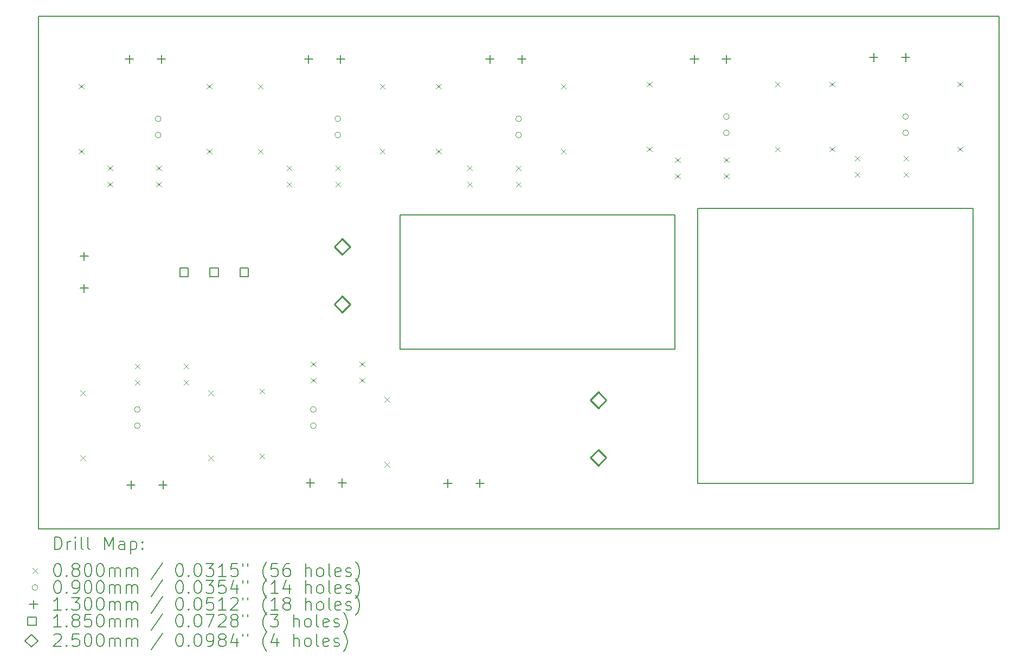
<source format=gbr>
%TF.GenerationSoftware,KiCad,Pcbnew,8.0.1*%
%TF.CreationDate,2024-10-12T00:49:27-03:00*%
%TF.ProjectId,placa de interface clp,706c6163-6120-4646-9520-696e74657266,rev?*%
%TF.SameCoordinates,Original*%
%TF.FileFunction,Drillmap*%
%TF.FilePolarity,Positive*%
%FSLAX45Y45*%
G04 Gerber Fmt 4.5, Leading zero omitted, Abs format (unit mm)*
G04 Created by KiCad (PCBNEW 8.0.1) date 2024-10-12 00:49:27*
%MOMM*%
%LPD*%
G01*
G04 APERTURE LIST*
%ADD10C,0.200000*%
%ADD11C,0.100000*%
%ADD12C,0.130000*%
%ADD13C,0.185000*%
%ADD14C,0.250000*%
G04 APERTURE END LIST*
D10*
X19956000Y-15017000D02*
X4956000Y-15017000D01*
X4956000Y-7000000D02*
X19956000Y-7000000D01*
X15250000Y-10000000D02*
X19550000Y-10000000D01*
X19550000Y-14300000D01*
X15250000Y-14300000D01*
X15250000Y-10000000D01*
X4956000Y-7000000D02*
X4956000Y-15017000D01*
X19956000Y-7000000D02*
X19956000Y-15017000D01*
X10600000Y-10100000D02*
X14900000Y-10100000D01*
X14900000Y-12200000D01*
X10600000Y-12200000D01*
X10600000Y-10100000D01*
D11*
X5585000Y-8052000D02*
X5665000Y-8132000D01*
X5665000Y-8052000D02*
X5585000Y-8132000D01*
X5585000Y-9068000D02*
X5665000Y-9148000D01*
X5665000Y-9068000D02*
X5585000Y-9148000D01*
X5610000Y-12848000D02*
X5690000Y-12928000D01*
X5690000Y-12848000D02*
X5610000Y-12928000D01*
X5610000Y-13864000D02*
X5690000Y-13944000D01*
X5690000Y-13864000D02*
X5610000Y-13944000D01*
X6033000Y-9333500D02*
X6113000Y-9413500D01*
X6113000Y-9333500D02*
X6033000Y-9413500D01*
X6033000Y-9587500D02*
X6113000Y-9667500D01*
X6113000Y-9587500D02*
X6033000Y-9667500D01*
X6460000Y-12428500D02*
X6540000Y-12508500D01*
X6540000Y-12428500D02*
X6460000Y-12508500D01*
X6460000Y-12682500D02*
X6540000Y-12762500D01*
X6540000Y-12682500D02*
X6460000Y-12762500D01*
X6795000Y-9333500D02*
X6875000Y-9413500D01*
X6875000Y-9333500D02*
X6795000Y-9413500D01*
X6795000Y-9587500D02*
X6875000Y-9667500D01*
X6875000Y-9587500D02*
X6795000Y-9667500D01*
X7222000Y-12428500D02*
X7302000Y-12508500D01*
X7302000Y-12428500D02*
X7222000Y-12508500D01*
X7222000Y-12682500D02*
X7302000Y-12762500D01*
X7302000Y-12682500D02*
X7222000Y-12762500D01*
X7585000Y-8052000D02*
X7665000Y-8132000D01*
X7665000Y-8052000D02*
X7585000Y-8132000D01*
X7585000Y-9068000D02*
X7665000Y-9148000D01*
X7665000Y-9068000D02*
X7585000Y-9148000D01*
X7610000Y-12848000D02*
X7690000Y-12928000D01*
X7690000Y-12848000D02*
X7610000Y-12928000D01*
X7610000Y-13864000D02*
X7690000Y-13944000D01*
X7690000Y-13864000D02*
X7610000Y-13944000D01*
X8385000Y-8052000D02*
X8465000Y-8132000D01*
X8465000Y-8052000D02*
X8385000Y-8132000D01*
X8385000Y-9068000D02*
X8465000Y-9148000D01*
X8465000Y-9068000D02*
X8385000Y-9148000D01*
X8410000Y-12817500D02*
X8490000Y-12897500D01*
X8490000Y-12817500D02*
X8410000Y-12897500D01*
X8410000Y-13833500D02*
X8490000Y-13913500D01*
X8490000Y-13833500D02*
X8410000Y-13913500D01*
X8833000Y-9333500D02*
X8913000Y-9413500D01*
X8913000Y-9333500D02*
X8833000Y-9413500D01*
X8833000Y-9587500D02*
X8913000Y-9667500D01*
X8913000Y-9587500D02*
X8833000Y-9667500D01*
X9210000Y-12398000D02*
X9290000Y-12478000D01*
X9290000Y-12398000D02*
X9210000Y-12478000D01*
X9210000Y-12652000D02*
X9290000Y-12732000D01*
X9290000Y-12652000D02*
X9210000Y-12732000D01*
X9595000Y-9333500D02*
X9675000Y-9413500D01*
X9675000Y-9333500D02*
X9595000Y-9413500D01*
X9595000Y-9587500D02*
X9675000Y-9667500D01*
X9675000Y-9587500D02*
X9595000Y-9667500D01*
X9972000Y-12398000D02*
X10052000Y-12478000D01*
X10052000Y-12398000D02*
X9972000Y-12478000D01*
X9972000Y-12652000D02*
X10052000Y-12732000D01*
X10052000Y-12652000D02*
X9972000Y-12732000D01*
X10290000Y-8052000D02*
X10370000Y-8132000D01*
X10370000Y-8052000D02*
X10290000Y-8132000D01*
X10290000Y-9068000D02*
X10370000Y-9148000D01*
X10370000Y-9068000D02*
X10290000Y-9148000D01*
X10360000Y-12952000D02*
X10440000Y-13032000D01*
X10440000Y-12952000D02*
X10360000Y-13032000D01*
X10360000Y-13968000D02*
X10440000Y-14048000D01*
X10440000Y-13968000D02*
X10360000Y-14048000D01*
X11165000Y-8052000D02*
X11245000Y-8132000D01*
X11245000Y-8052000D02*
X11165000Y-8132000D01*
X11165000Y-9068000D02*
X11245000Y-9148000D01*
X11245000Y-9068000D02*
X11165000Y-9148000D01*
X11652000Y-9333500D02*
X11732000Y-9413500D01*
X11732000Y-9333500D02*
X11652000Y-9413500D01*
X11652000Y-9587500D02*
X11732000Y-9667500D01*
X11732000Y-9587500D02*
X11652000Y-9667500D01*
X12414000Y-9333500D02*
X12494000Y-9413500D01*
X12494000Y-9333500D02*
X12414000Y-9413500D01*
X12414000Y-9587500D02*
X12494000Y-9667500D01*
X12494000Y-9587500D02*
X12414000Y-9667500D01*
X13115000Y-8052000D02*
X13195000Y-8132000D01*
X13195000Y-8052000D02*
X13115000Y-8132000D01*
X13115000Y-9068000D02*
X13195000Y-9148000D01*
X13195000Y-9068000D02*
X13115000Y-9148000D01*
X14460000Y-8021500D02*
X14540000Y-8101500D01*
X14540000Y-8021500D02*
X14460000Y-8101500D01*
X14460000Y-9037500D02*
X14540000Y-9117500D01*
X14540000Y-9037500D02*
X14460000Y-9117500D01*
X14898000Y-9203000D02*
X14978000Y-9283000D01*
X14978000Y-9203000D02*
X14898000Y-9283000D01*
X14898000Y-9457000D02*
X14978000Y-9537000D01*
X14978000Y-9457000D02*
X14898000Y-9537000D01*
X15660000Y-9203000D02*
X15740000Y-9283000D01*
X15740000Y-9203000D02*
X15660000Y-9283000D01*
X15660000Y-9457000D02*
X15740000Y-9537000D01*
X15740000Y-9457000D02*
X15660000Y-9537000D01*
X16460000Y-8021500D02*
X16540000Y-8101500D01*
X16540000Y-8021500D02*
X16460000Y-8101500D01*
X16460000Y-9037500D02*
X16540000Y-9117500D01*
X16540000Y-9037500D02*
X16460000Y-9117500D01*
X17310000Y-8021500D02*
X17390000Y-8101500D01*
X17390000Y-8021500D02*
X17310000Y-8101500D01*
X17310000Y-9037500D02*
X17390000Y-9117500D01*
X17390000Y-9037500D02*
X17310000Y-9117500D01*
X17703000Y-9178000D02*
X17783000Y-9258000D01*
X17783000Y-9178000D02*
X17703000Y-9258000D01*
X17703000Y-9432000D02*
X17783000Y-9512000D01*
X17783000Y-9432000D02*
X17703000Y-9512000D01*
X18465000Y-9178000D02*
X18545000Y-9258000D01*
X18545000Y-9178000D02*
X18465000Y-9258000D01*
X18465000Y-9432000D02*
X18545000Y-9512000D01*
X18545000Y-9432000D02*
X18465000Y-9512000D01*
X19310000Y-8021500D02*
X19390000Y-8101500D01*
X19390000Y-8021500D02*
X19310000Y-8101500D01*
X19310000Y-9037500D02*
X19390000Y-9117500D01*
X19390000Y-9037500D02*
X19310000Y-9117500D01*
X6545000Y-13146000D02*
G75*
G02*
X6455000Y-13146000I-45000J0D01*
G01*
X6455000Y-13146000D02*
G75*
G02*
X6545000Y-13146000I45000J0D01*
G01*
X6545000Y-13400000D02*
G75*
G02*
X6455000Y-13400000I-45000J0D01*
G01*
X6455000Y-13400000D02*
G75*
G02*
X6545000Y-13400000I45000J0D01*
G01*
X6870000Y-8600000D02*
G75*
G02*
X6780000Y-8600000I-45000J0D01*
G01*
X6780000Y-8600000D02*
G75*
G02*
X6870000Y-8600000I45000J0D01*
G01*
X6870000Y-8854000D02*
G75*
G02*
X6780000Y-8854000I-45000J0D01*
G01*
X6780000Y-8854000D02*
G75*
G02*
X6870000Y-8854000I45000J0D01*
G01*
X9295000Y-13146000D02*
G75*
G02*
X9205000Y-13146000I-45000J0D01*
G01*
X9205000Y-13146000D02*
G75*
G02*
X9295000Y-13146000I45000J0D01*
G01*
X9295000Y-13400000D02*
G75*
G02*
X9205000Y-13400000I-45000J0D01*
G01*
X9205000Y-13400000D02*
G75*
G02*
X9295000Y-13400000I45000J0D01*
G01*
X9675000Y-8600000D02*
G75*
G02*
X9585000Y-8600000I-45000J0D01*
G01*
X9585000Y-8600000D02*
G75*
G02*
X9675000Y-8600000I45000J0D01*
G01*
X9675000Y-8854000D02*
G75*
G02*
X9585000Y-8854000I-45000J0D01*
G01*
X9585000Y-8854000D02*
G75*
G02*
X9675000Y-8854000I45000J0D01*
G01*
X12500000Y-8600000D02*
G75*
G02*
X12410000Y-8600000I-45000J0D01*
G01*
X12410000Y-8600000D02*
G75*
G02*
X12500000Y-8600000I45000J0D01*
G01*
X12500000Y-8854000D02*
G75*
G02*
X12410000Y-8854000I-45000J0D01*
G01*
X12410000Y-8854000D02*
G75*
G02*
X12500000Y-8854000I45000J0D01*
G01*
X15745000Y-8565500D02*
G75*
G02*
X15655000Y-8565500I-45000J0D01*
G01*
X15655000Y-8565500D02*
G75*
G02*
X15745000Y-8565500I45000J0D01*
G01*
X15745000Y-8819500D02*
G75*
G02*
X15655000Y-8819500I-45000J0D01*
G01*
X15655000Y-8819500D02*
G75*
G02*
X15745000Y-8819500I45000J0D01*
G01*
X18545000Y-8565500D02*
G75*
G02*
X18455000Y-8565500I-45000J0D01*
G01*
X18455000Y-8565500D02*
G75*
G02*
X18545000Y-8565500I45000J0D01*
G01*
X18545000Y-8819500D02*
G75*
G02*
X18455000Y-8819500I-45000J0D01*
G01*
X18455000Y-8819500D02*
G75*
G02*
X18545000Y-8819500I45000J0D01*
G01*
D12*
X5669500Y-10685000D02*
X5669500Y-10815000D01*
X5604500Y-10750000D02*
X5734500Y-10750000D01*
X5669500Y-11185000D02*
X5669500Y-11315000D01*
X5604500Y-11250000D02*
X5734500Y-11250000D01*
X6375000Y-7604500D02*
X6375000Y-7734500D01*
X6310000Y-7669500D02*
X6440000Y-7669500D01*
X6400000Y-14261500D02*
X6400000Y-14391500D01*
X6335000Y-14326500D02*
X6465000Y-14326500D01*
X6875000Y-7604500D02*
X6875000Y-7734500D01*
X6810000Y-7669500D02*
X6940000Y-7669500D01*
X6900000Y-14261500D02*
X6900000Y-14391500D01*
X6835000Y-14326500D02*
X6965000Y-14326500D01*
X9175000Y-7604500D02*
X9175000Y-7734500D01*
X9110000Y-7669500D02*
X9240000Y-7669500D01*
X9200000Y-14231000D02*
X9200000Y-14361000D01*
X9135000Y-14296000D02*
X9265000Y-14296000D01*
X9675000Y-7604500D02*
X9675000Y-7734500D01*
X9610000Y-7669500D02*
X9740000Y-7669500D01*
X9700000Y-14231000D02*
X9700000Y-14361000D01*
X9635000Y-14296000D02*
X9765000Y-14296000D01*
X11350000Y-14235000D02*
X11350000Y-14365000D01*
X11285000Y-14300000D02*
X11415000Y-14300000D01*
X11850000Y-14235000D02*
X11850000Y-14365000D01*
X11785000Y-14300000D02*
X11915000Y-14300000D01*
X12005000Y-7604500D02*
X12005000Y-7734500D01*
X11940000Y-7669500D02*
X12070000Y-7669500D01*
X12505000Y-7604500D02*
X12505000Y-7734500D01*
X12440000Y-7669500D02*
X12570000Y-7669500D01*
X15200000Y-7604500D02*
X15200000Y-7734500D01*
X15135000Y-7669500D02*
X15265000Y-7669500D01*
X15700000Y-7604500D02*
X15700000Y-7734500D01*
X15635000Y-7669500D02*
X15765000Y-7669500D01*
X18000000Y-7574000D02*
X18000000Y-7704000D01*
X17935000Y-7639000D02*
X18065000Y-7639000D01*
X18500000Y-7574000D02*
X18500000Y-7704000D01*
X18435000Y-7639000D02*
X18565000Y-7639000D01*
D13*
X7295408Y-11065408D02*
X7295408Y-10934592D01*
X7164592Y-10934592D01*
X7164592Y-11065408D01*
X7295408Y-11065408D01*
X7765408Y-11065408D02*
X7765408Y-10934592D01*
X7634592Y-10934592D01*
X7634592Y-11065408D01*
X7765408Y-11065408D01*
X8235408Y-11065408D02*
X8235408Y-10934592D01*
X8104592Y-10934592D01*
X8104592Y-11065408D01*
X8235408Y-11065408D01*
D14*
X9700000Y-10725000D02*
X9825000Y-10600000D01*
X9700000Y-10475000D01*
X9575000Y-10600000D01*
X9700000Y-10725000D01*
X9700000Y-11625000D02*
X9825000Y-11500000D01*
X9700000Y-11375000D01*
X9575000Y-11500000D01*
X9700000Y-11625000D01*
X13700000Y-13125000D02*
X13825000Y-13000000D01*
X13700000Y-12875000D01*
X13575000Y-13000000D01*
X13700000Y-13125000D01*
X13700000Y-14025000D02*
X13825000Y-13900000D01*
X13700000Y-13775000D01*
X13575000Y-13900000D01*
X13700000Y-14025000D01*
D10*
X5206777Y-15338484D02*
X5206777Y-15138484D01*
X5206777Y-15138484D02*
X5254396Y-15138484D01*
X5254396Y-15138484D02*
X5282967Y-15148008D01*
X5282967Y-15148008D02*
X5302015Y-15167055D01*
X5302015Y-15167055D02*
X5311539Y-15186103D01*
X5311539Y-15186103D02*
X5321063Y-15224198D01*
X5321063Y-15224198D02*
X5321063Y-15252769D01*
X5321063Y-15252769D02*
X5311539Y-15290865D01*
X5311539Y-15290865D02*
X5302015Y-15309912D01*
X5302015Y-15309912D02*
X5282967Y-15328960D01*
X5282967Y-15328960D02*
X5254396Y-15338484D01*
X5254396Y-15338484D02*
X5206777Y-15338484D01*
X5406777Y-15338484D02*
X5406777Y-15205150D01*
X5406777Y-15243246D02*
X5416301Y-15224198D01*
X5416301Y-15224198D02*
X5425824Y-15214674D01*
X5425824Y-15214674D02*
X5444872Y-15205150D01*
X5444872Y-15205150D02*
X5463920Y-15205150D01*
X5530586Y-15338484D02*
X5530586Y-15205150D01*
X5530586Y-15138484D02*
X5521063Y-15148008D01*
X5521063Y-15148008D02*
X5530586Y-15157531D01*
X5530586Y-15157531D02*
X5540110Y-15148008D01*
X5540110Y-15148008D02*
X5530586Y-15138484D01*
X5530586Y-15138484D02*
X5530586Y-15157531D01*
X5654396Y-15338484D02*
X5635348Y-15328960D01*
X5635348Y-15328960D02*
X5625824Y-15309912D01*
X5625824Y-15309912D02*
X5625824Y-15138484D01*
X5759158Y-15338484D02*
X5740110Y-15328960D01*
X5740110Y-15328960D02*
X5730586Y-15309912D01*
X5730586Y-15309912D02*
X5730586Y-15138484D01*
X5987729Y-15338484D02*
X5987729Y-15138484D01*
X5987729Y-15138484D02*
X6054396Y-15281341D01*
X6054396Y-15281341D02*
X6121062Y-15138484D01*
X6121062Y-15138484D02*
X6121062Y-15338484D01*
X6302015Y-15338484D02*
X6302015Y-15233722D01*
X6302015Y-15233722D02*
X6292491Y-15214674D01*
X6292491Y-15214674D02*
X6273443Y-15205150D01*
X6273443Y-15205150D02*
X6235348Y-15205150D01*
X6235348Y-15205150D02*
X6216301Y-15214674D01*
X6302015Y-15328960D02*
X6282967Y-15338484D01*
X6282967Y-15338484D02*
X6235348Y-15338484D01*
X6235348Y-15338484D02*
X6216301Y-15328960D01*
X6216301Y-15328960D02*
X6206777Y-15309912D01*
X6206777Y-15309912D02*
X6206777Y-15290865D01*
X6206777Y-15290865D02*
X6216301Y-15271817D01*
X6216301Y-15271817D02*
X6235348Y-15262293D01*
X6235348Y-15262293D02*
X6282967Y-15262293D01*
X6282967Y-15262293D02*
X6302015Y-15252769D01*
X6397253Y-15205150D02*
X6397253Y-15405150D01*
X6397253Y-15214674D02*
X6416301Y-15205150D01*
X6416301Y-15205150D02*
X6454396Y-15205150D01*
X6454396Y-15205150D02*
X6473443Y-15214674D01*
X6473443Y-15214674D02*
X6482967Y-15224198D01*
X6482967Y-15224198D02*
X6492491Y-15243246D01*
X6492491Y-15243246D02*
X6492491Y-15300388D01*
X6492491Y-15300388D02*
X6482967Y-15319436D01*
X6482967Y-15319436D02*
X6473443Y-15328960D01*
X6473443Y-15328960D02*
X6454396Y-15338484D01*
X6454396Y-15338484D02*
X6416301Y-15338484D01*
X6416301Y-15338484D02*
X6397253Y-15328960D01*
X6578205Y-15319436D02*
X6587729Y-15328960D01*
X6587729Y-15328960D02*
X6578205Y-15338484D01*
X6578205Y-15338484D02*
X6568682Y-15328960D01*
X6568682Y-15328960D02*
X6578205Y-15319436D01*
X6578205Y-15319436D02*
X6578205Y-15338484D01*
X6578205Y-15214674D02*
X6587729Y-15224198D01*
X6587729Y-15224198D02*
X6578205Y-15233722D01*
X6578205Y-15233722D02*
X6568682Y-15224198D01*
X6568682Y-15224198D02*
X6578205Y-15214674D01*
X6578205Y-15214674D02*
X6578205Y-15233722D01*
D11*
X4866000Y-15627000D02*
X4946000Y-15707000D01*
X4946000Y-15627000D02*
X4866000Y-15707000D01*
D10*
X5244872Y-15558484D02*
X5263920Y-15558484D01*
X5263920Y-15558484D02*
X5282967Y-15568008D01*
X5282967Y-15568008D02*
X5292491Y-15577531D01*
X5292491Y-15577531D02*
X5302015Y-15596579D01*
X5302015Y-15596579D02*
X5311539Y-15634674D01*
X5311539Y-15634674D02*
X5311539Y-15682293D01*
X5311539Y-15682293D02*
X5302015Y-15720388D01*
X5302015Y-15720388D02*
X5292491Y-15739436D01*
X5292491Y-15739436D02*
X5282967Y-15748960D01*
X5282967Y-15748960D02*
X5263920Y-15758484D01*
X5263920Y-15758484D02*
X5244872Y-15758484D01*
X5244872Y-15758484D02*
X5225824Y-15748960D01*
X5225824Y-15748960D02*
X5216301Y-15739436D01*
X5216301Y-15739436D02*
X5206777Y-15720388D01*
X5206777Y-15720388D02*
X5197253Y-15682293D01*
X5197253Y-15682293D02*
X5197253Y-15634674D01*
X5197253Y-15634674D02*
X5206777Y-15596579D01*
X5206777Y-15596579D02*
X5216301Y-15577531D01*
X5216301Y-15577531D02*
X5225824Y-15568008D01*
X5225824Y-15568008D02*
X5244872Y-15558484D01*
X5397253Y-15739436D02*
X5406777Y-15748960D01*
X5406777Y-15748960D02*
X5397253Y-15758484D01*
X5397253Y-15758484D02*
X5387729Y-15748960D01*
X5387729Y-15748960D02*
X5397253Y-15739436D01*
X5397253Y-15739436D02*
X5397253Y-15758484D01*
X5521063Y-15644198D02*
X5502015Y-15634674D01*
X5502015Y-15634674D02*
X5492491Y-15625150D01*
X5492491Y-15625150D02*
X5482967Y-15606103D01*
X5482967Y-15606103D02*
X5482967Y-15596579D01*
X5482967Y-15596579D02*
X5492491Y-15577531D01*
X5492491Y-15577531D02*
X5502015Y-15568008D01*
X5502015Y-15568008D02*
X5521063Y-15558484D01*
X5521063Y-15558484D02*
X5559158Y-15558484D01*
X5559158Y-15558484D02*
X5578205Y-15568008D01*
X5578205Y-15568008D02*
X5587729Y-15577531D01*
X5587729Y-15577531D02*
X5597253Y-15596579D01*
X5597253Y-15596579D02*
X5597253Y-15606103D01*
X5597253Y-15606103D02*
X5587729Y-15625150D01*
X5587729Y-15625150D02*
X5578205Y-15634674D01*
X5578205Y-15634674D02*
X5559158Y-15644198D01*
X5559158Y-15644198D02*
X5521063Y-15644198D01*
X5521063Y-15644198D02*
X5502015Y-15653722D01*
X5502015Y-15653722D02*
X5492491Y-15663246D01*
X5492491Y-15663246D02*
X5482967Y-15682293D01*
X5482967Y-15682293D02*
X5482967Y-15720388D01*
X5482967Y-15720388D02*
X5492491Y-15739436D01*
X5492491Y-15739436D02*
X5502015Y-15748960D01*
X5502015Y-15748960D02*
X5521063Y-15758484D01*
X5521063Y-15758484D02*
X5559158Y-15758484D01*
X5559158Y-15758484D02*
X5578205Y-15748960D01*
X5578205Y-15748960D02*
X5587729Y-15739436D01*
X5587729Y-15739436D02*
X5597253Y-15720388D01*
X5597253Y-15720388D02*
X5597253Y-15682293D01*
X5597253Y-15682293D02*
X5587729Y-15663246D01*
X5587729Y-15663246D02*
X5578205Y-15653722D01*
X5578205Y-15653722D02*
X5559158Y-15644198D01*
X5721062Y-15558484D02*
X5740110Y-15558484D01*
X5740110Y-15558484D02*
X5759158Y-15568008D01*
X5759158Y-15568008D02*
X5768682Y-15577531D01*
X5768682Y-15577531D02*
X5778205Y-15596579D01*
X5778205Y-15596579D02*
X5787729Y-15634674D01*
X5787729Y-15634674D02*
X5787729Y-15682293D01*
X5787729Y-15682293D02*
X5778205Y-15720388D01*
X5778205Y-15720388D02*
X5768682Y-15739436D01*
X5768682Y-15739436D02*
X5759158Y-15748960D01*
X5759158Y-15748960D02*
X5740110Y-15758484D01*
X5740110Y-15758484D02*
X5721062Y-15758484D01*
X5721062Y-15758484D02*
X5702015Y-15748960D01*
X5702015Y-15748960D02*
X5692491Y-15739436D01*
X5692491Y-15739436D02*
X5682967Y-15720388D01*
X5682967Y-15720388D02*
X5673443Y-15682293D01*
X5673443Y-15682293D02*
X5673443Y-15634674D01*
X5673443Y-15634674D02*
X5682967Y-15596579D01*
X5682967Y-15596579D02*
X5692491Y-15577531D01*
X5692491Y-15577531D02*
X5702015Y-15568008D01*
X5702015Y-15568008D02*
X5721062Y-15558484D01*
X5911539Y-15558484D02*
X5930586Y-15558484D01*
X5930586Y-15558484D02*
X5949634Y-15568008D01*
X5949634Y-15568008D02*
X5959158Y-15577531D01*
X5959158Y-15577531D02*
X5968682Y-15596579D01*
X5968682Y-15596579D02*
X5978205Y-15634674D01*
X5978205Y-15634674D02*
X5978205Y-15682293D01*
X5978205Y-15682293D02*
X5968682Y-15720388D01*
X5968682Y-15720388D02*
X5959158Y-15739436D01*
X5959158Y-15739436D02*
X5949634Y-15748960D01*
X5949634Y-15748960D02*
X5930586Y-15758484D01*
X5930586Y-15758484D02*
X5911539Y-15758484D01*
X5911539Y-15758484D02*
X5892491Y-15748960D01*
X5892491Y-15748960D02*
X5882967Y-15739436D01*
X5882967Y-15739436D02*
X5873443Y-15720388D01*
X5873443Y-15720388D02*
X5863920Y-15682293D01*
X5863920Y-15682293D02*
X5863920Y-15634674D01*
X5863920Y-15634674D02*
X5873443Y-15596579D01*
X5873443Y-15596579D02*
X5882967Y-15577531D01*
X5882967Y-15577531D02*
X5892491Y-15568008D01*
X5892491Y-15568008D02*
X5911539Y-15558484D01*
X6063920Y-15758484D02*
X6063920Y-15625150D01*
X6063920Y-15644198D02*
X6073443Y-15634674D01*
X6073443Y-15634674D02*
X6092491Y-15625150D01*
X6092491Y-15625150D02*
X6121063Y-15625150D01*
X6121063Y-15625150D02*
X6140110Y-15634674D01*
X6140110Y-15634674D02*
X6149634Y-15653722D01*
X6149634Y-15653722D02*
X6149634Y-15758484D01*
X6149634Y-15653722D02*
X6159158Y-15634674D01*
X6159158Y-15634674D02*
X6178205Y-15625150D01*
X6178205Y-15625150D02*
X6206777Y-15625150D01*
X6206777Y-15625150D02*
X6225824Y-15634674D01*
X6225824Y-15634674D02*
X6235348Y-15653722D01*
X6235348Y-15653722D02*
X6235348Y-15758484D01*
X6330586Y-15758484D02*
X6330586Y-15625150D01*
X6330586Y-15644198D02*
X6340110Y-15634674D01*
X6340110Y-15634674D02*
X6359158Y-15625150D01*
X6359158Y-15625150D02*
X6387729Y-15625150D01*
X6387729Y-15625150D02*
X6406777Y-15634674D01*
X6406777Y-15634674D02*
X6416301Y-15653722D01*
X6416301Y-15653722D02*
X6416301Y-15758484D01*
X6416301Y-15653722D02*
X6425824Y-15634674D01*
X6425824Y-15634674D02*
X6444872Y-15625150D01*
X6444872Y-15625150D02*
X6473443Y-15625150D01*
X6473443Y-15625150D02*
X6492491Y-15634674D01*
X6492491Y-15634674D02*
X6502015Y-15653722D01*
X6502015Y-15653722D02*
X6502015Y-15758484D01*
X6892491Y-15548960D02*
X6721063Y-15806103D01*
X7149634Y-15558484D02*
X7168682Y-15558484D01*
X7168682Y-15558484D02*
X7187729Y-15568008D01*
X7187729Y-15568008D02*
X7197253Y-15577531D01*
X7197253Y-15577531D02*
X7206777Y-15596579D01*
X7206777Y-15596579D02*
X7216301Y-15634674D01*
X7216301Y-15634674D02*
X7216301Y-15682293D01*
X7216301Y-15682293D02*
X7206777Y-15720388D01*
X7206777Y-15720388D02*
X7197253Y-15739436D01*
X7197253Y-15739436D02*
X7187729Y-15748960D01*
X7187729Y-15748960D02*
X7168682Y-15758484D01*
X7168682Y-15758484D02*
X7149634Y-15758484D01*
X7149634Y-15758484D02*
X7130586Y-15748960D01*
X7130586Y-15748960D02*
X7121063Y-15739436D01*
X7121063Y-15739436D02*
X7111539Y-15720388D01*
X7111539Y-15720388D02*
X7102015Y-15682293D01*
X7102015Y-15682293D02*
X7102015Y-15634674D01*
X7102015Y-15634674D02*
X7111539Y-15596579D01*
X7111539Y-15596579D02*
X7121063Y-15577531D01*
X7121063Y-15577531D02*
X7130586Y-15568008D01*
X7130586Y-15568008D02*
X7149634Y-15558484D01*
X7302015Y-15739436D02*
X7311539Y-15748960D01*
X7311539Y-15748960D02*
X7302015Y-15758484D01*
X7302015Y-15758484D02*
X7292491Y-15748960D01*
X7292491Y-15748960D02*
X7302015Y-15739436D01*
X7302015Y-15739436D02*
X7302015Y-15758484D01*
X7435348Y-15558484D02*
X7454396Y-15558484D01*
X7454396Y-15558484D02*
X7473444Y-15568008D01*
X7473444Y-15568008D02*
X7482967Y-15577531D01*
X7482967Y-15577531D02*
X7492491Y-15596579D01*
X7492491Y-15596579D02*
X7502015Y-15634674D01*
X7502015Y-15634674D02*
X7502015Y-15682293D01*
X7502015Y-15682293D02*
X7492491Y-15720388D01*
X7492491Y-15720388D02*
X7482967Y-15739436D01*
X7482967Y-15739436D02*
X7473444Y-15748960D01*
X7473444Y-15748960D02*
X7454396Y-15758484D01*
X7454396Y-15758484D02*
X7435348Y-15758484D01*
X7435348Y-15758484D02*
X7416301Y-15748960D01*
X7416301Y-15748960D02*
X7406777Y-15739436D01*
X7406777Y-15739436D02*
X7397253Y-15720388D01*
X7397253Y-15720388D02*
X7387729Y-15682293D01*
X7387729Y-15682293D02*
X7387729Y-15634674D01*
X7387729Y-15634674D02*
X7397253Y-15596579D01*
X7397253Y-15596579D02*
X7406777Y-15577531D01*
X7406777Y-15577531D02*
X7416301Y-15568008D01*
X7416301Y-15568008D02*
X7435348Y-15558484D01*
X7568682Y-15558484D02*
X7692491Y-15558484D01*
X7692491Y-15558484D02*
X7625825Y-15634674D01*
X7625825Y-15634674D02*
X7654396Y-15634674D01*
X7654396Y-15634674D02*
X7673444Y-15644198D01*
X7673444Y-15644198D02*
X7682967Y-15653722D01*
X7682967Y-15653722D02*
X7692491Y-15672769D01*
X7692491Y-15672769D02*
X7692491Y-15720388D01*
X7692491Y-15720388D02*
X7682967Y-15739436D01*
X7682967Y-15739436D02*
X7673444Y-15748960D01*
X7673444Y-15748960D02*
X7654396Y-15758484D01*
X7654396Y-15758484D02*
X7597253Y-15758484D01*
X7597253Y-15758484D02*
X7578206Y-15748960D01*
X7578206Y-15748960D02*
X7568682Y-15739436D01*
X7882967Y-15758484D02*
X7768682Y-15758484D01*
X7825825Y-15758484D02*
X7825825Y-15558484D01*
X7825825Y-15558484D02*
X7806777Y-15587055D01*
X7806777Y-15587055D02*
X7787729Y-15606103D01*
X7787729Y-15606103D02*
X7768682Y-15615627D01*
X8063920Y-15558484D02*
X7968682Y-15558484D01*
X7968682Y-15558484D02*
X7959158Y-15653722D01*
X7959158Y-15653722D02*
X7968682Y-15644198D01*
X7968682Y-15644198D02*
X7987729Y-15634674D01*
X7987729Y-15634674D02*
X8035348Y-15634674D01*
X8035348Y-15634674D02*
X8054396Y-15644198D01*
X8054396Y-15644198D02*
X8063920Y-15653722D01*
X8063920Y-15653722D02*
X8073444Y-15672769D01*
X8073444Y-15672769D02*
X8073444Y-15720388D01*
X8073444Y-15720388D02*
X8063920Y-15739436D01*
X8063920Y-15739436D02*
X8054396Y-15748960D01*
X8054396Y-15748960D02*
X8035348Y-15758484D01*
X8035348Y-15758484D02*
X7987729Y-15758484D01*
X7987729Y-15758484D02*
X7968682Y-15748960D01*
X7968682Y-15748960D02*
X7959158Y-15739436D01*
X8149634Y-15558484D02*
X8149634Y-15596579D01*
X8225825Y-15558484D02*
X8225825Y-15596579D01*
X8521063Y-15834674D02*
X8511539Y-15825150D01*
X8511539Y-15825150D02*
X8492491Y-15796579D01*
X8492491Y-15796579D02*
X8482968Y-15777531D01*
X8482968Y-15777531D02*
X8473444Y-15748960D01*
X8473444Y-15748960D02*
X8463920Y-15701341D01*
X8463920Y-15701341D02*
X8463920Y-15663246D01*
X8463920Y-15663246D02*
X8473444Y-15615627D01*
X8473444Y-15615627D02*
X8482968Y-15587055D01*
X8482968Y-15587055D02*
X8492491Y-15568008D01*
X8492491Y-15568008D02*
X8511539Y-15539436D01*
X8511539Y-15539436D02*
X8521063Y-15529912D01*
X8692491Y-15558484D02*
X8597253Y-15558484D01*
X8597253Y-15558484D02*
X8587730Y-15653722D01*
X8587730Y-15653722D02*
X8597253Y-15644198D01*
X8597253Y-15644198D02*
X8616301Y-15634674D01*
X8616301Y-15634674D02*
X8663920Y-15634674D01*
X8663920Y-15634674D02*
X8682968Y-15644198D01*
X8682968Y-15644198D02*
X8692491Y-15653722D01*
X8692491Y-15653722D02*
X8702015Y-15672769D01*
X8702015Y-15672769D02*
X8702015Y-15720388D01*
X8702015Y-15720388D02*
X8692491Y-15739436D01*
X8692491Y-15739436D02*
X8682968Y-15748960D01*
X8682968Y-15748960D02*
X8663920Y-15758484D01*
X8663920Y-15758484D02*
X8616301Y-15758484D01*
X8616301Y-15758484D02*
X8597253Y-15748960D01*
X8597253Y-15748960D02*
X8587730Y-15739436D01*
X8873444Y-15558484D02*
X8835349Y-15558484D01*
X8835349Y-15558484D02*
X8816301Y-15568008D01*
X8816301Y-15568008D02*
X8806777Y-15577531D01*
X8806777Y-15577531D02*
X8787730Y-15606103D01*
X8787730Y-15606103D02*
X8778206Y-15644198D01*
X8778206Y-15644198D02*
X8778206Y-15720388D01*
X8778206Y-15720388D02*
X8787730Y-15739436D01*
X8787730Y-15739436D02*
X8797253Y-15748960D01*
X8797253Y-15748960D02*
X8816301Y-15758484D01*
X8816301Y-15758484D02*
X8854396Y-15758484D01*
X8854396Y-15758484D02*
X8873444Y-15748960D01*
X8873444Y-15748960D02*
X8882968Y-15739436D01*
X8882968Y-15739436D02*
X8892491Y-15720388D01*
X8892491Y-15720388D02*
X8892491Y-15672769D01*
X8892491Y-15672769D02*
X8882968Y-15653722D01*
X8882968Y-15653722D02*
X8873444Y-15644198D01*
X8873444Y-15644198D02*
X8854396Y-15634674D01*
X8854396Y-15634674D02*
X8816301Y-15634674D01*
X8816301Y-15634674D02*
X8797253Y-15644198D01*
X8797253Y-15644198D02*
X8787730Y-15653722D01*
X8787730Y-15653722D02*
X8778206Y-15672769D01*
X9130587Y-15758484D02*
X9130587Y-15558484D01*
X9216301Y-15758484D02*
X9216301Y-15653722D01*
X9216301Y-15653722D02*
X9206777Y-15634674D01*
X9206777Y-15634674D02*
X9187730Y-15625150D01*
X9187730Y-15625150D02*
X9159158Y-15625150D01*
X9159158Y-15625150D02*
X9140111Y-15634674D01*
X9140111Y-15634674D02*
X9130587Y-15644198D01*
X9340111Y-15758484D02*
X9321063Y-15748960D01*
X9321063Y-15748960D02*
X9311539Y-15739436D01*
X9311539Y-15739436D02*
X9302015Y-15720388D01*
X9302015Y-15720388D02*
X9302015Y-15663246D01*
X9302015Y-15663246D02*
X9311539Y-15644198D01*
X9311539Y-15644198D02*
X9321063Y-15634674D01*
X9321063Y-15634674D02*
X9340111Y-15625150D01*
X9340111Y-15625150D02*
X9368682Y-15625150D01*
X9368682Y-15625150D02*
X9387730Y-15634674D01*
X9387730Y-15634674D02*
X9397253Y-15644198D01*
X9397253Y-15644198D02*
X9406777Y-15663246D01*
X9406777Y-15663246D02*
X9406777Y-15720388D01*
X9406777Y-15720388D02*
X9397253Y-15739436D01*
X9397253Y-15739436D02*
X9387730Y-15748960D01*
X9387730Y-15748960D02*
X9368682Y-15758484D01*
X9368682Y-15758484D02*
X9340111Y-15758484D01*
X9521063Y-15758484D02*
X9502015Y-15748960D01*
X9502015Y-15748960D02*
X9492492Y-15729912D01*
X9492492Y-15729912D02*
X9492492Y-15558484D01*
X9673444Y-15748960D02*
X9654396Y-15758484D01*
X9654396Y-15758484D02*
X9616301Y-15758484D01*
X9616301Y-15758484D02*
X9597253Y-15748960D01*
X9597253Y-15748960D02*
X9587730Y-15729912D01*
X9587730Y-15729912D02*
X9587730Y-15653722D01*
X9587730Y-15653722D02*
X9597253Y-15634674D01*
X9597253Y-15634674D02*
X9616301Y-15625150D01*
X9616301Y-15625150D02*
X9654396Y-15625150D01*
X9654396Y-15625150D02*
X9673444Y-15634674D01*
X9673444Y-15634674D02*
X9682968Y-15653722D01*
X9682968Y-15653722D02*
X9682968Y-15672769D01*
X9682968Y-15672769D02*
X9587730Y-15691817D01*
X9759158Y-15748960D02*
X9778206Y-15758484D01*
X9778206Y-15758484D02*
X9816301Y-15758484D01*
X9816301Y-15758484D02*
X9835349Y-15748960D01*
X9835349Y-15748960D02*
X9844873Y-15729912D01*
X9844873Y-15729912D02*
X9844873Y-15720388D01*
X9844873Y-15720388D02*
X9835349Y-15701341D01*
X9835349Y-15701341D02*
X9816301Y-15691817D01*
X9816301Y-15691817D02*
X9787730Y-15691817D01*
X9787730Y-15691817D02*
X9768682Y-15682293D01*
X9768682Y-15682293D02*
X9759158Y-15663246D01*
X9759158Y-15663246D02*
X9759158Y-15653722D01*
X9759158Y-15653722D02*
X9768682Y-15634674D01*
X9768682Y-15634674D02*
X9787730Y-15625150D01*
X9787730Y-15625150D02*
X9816301Y-15625150D01*
X9816301Y-15625150D02*
X9835349Y-15634674D01*
X9911539Y-15834674D02*
X9921063Y-15825150D01*
X9921063Y-15825150D02*
X9940111Y-15796579D01*
X9940111Y-15796579D02*
X9949634Y-15777531D01*
X9949634Y-15777531D02*
X9959158Y-15748960D01*
X9959158Y-15748960D02*
X9968682Y-15701341D01*
X9968682Y-15701341D02*
X9968682Y-15663246D01*
X9968682Y-15663246D02*
X9959158Y-15615627D01*
X9959158Y-15615627D02*
X9949634Y-15587055D01*
X9949634Y-15587055D02*
X9940111Y-15568008D01*
X9940111Y-15568008D02*
X9921063Y-15539436D01*
X9921063Y-15539436D02*
X9911539Y-15529912D01*
D11*
X4946000Y-15931000D02*
G75*
G02*
X4856000Y-15931000I-45000J0D01*
G01*
X4856000Y-15931000D02*
G75*
G02*
X4946000Y-15931000I45000J0D01*
G01*
D10*
X5244872Y-15822484D02*
X5263920Y-15822484D01*
X5263920Y-15822484D02*
X5282967Y-15832008D01*
X5282967Y-15832008D02*
X5292491Y-15841531D01*
X5292491Y-15841531D02*
X5302015Y-15860579D01*
X5302015Y-15860579D02*
X5311539Y-15898674D01*
X5311539Y-15898674D02*
X5311539Y-15946293D01*
X5311539Y-15946293D02*
X5302015Y-15984388D01*
X5302015Y-15984388D02*
X5292491Y-16003436D01*
X5292491Y-16003436D02*
X5282967Y-16012960D01*
X5282967Y-16012960D02*
X5263920Y-16022484D01*
X5263920Y-16022484D02*
X5244872Y-16022484D01*
X5244872Y-16022484D02*
X5225824Y-16012960D01*
X5225824Y-16012960D02*
X5216301Y-16003436D01*
X5216301Y-16003436D02*
X5206777Y-15984388D01*
X5206777Y-15984388D02*
X5197253Y-15946293D01*
X5197253Y-15946293D02*
X5197253Y-15898674D01*
X5197253Y-15898674D02*
X5206777Y-15860579D01*
X5206777Y-15860579D02*
X5216301Y-15841531D01*
X5216301Y-15841531D02*
X5225824Y-15832008D01*
X5225824Y-15832008D02*
X5244872Y-15822484D01*
X5397253Y-16003436D02*
X5406777Y-16012960D01*
X5406777Y-16012960D02*
X5397253Y-16022484D01*
X5397253Y-16022484D02*
X5387729Y-16012960D01*
X5387729Y-16012960D02*
X5397253Y-16003436D01*
X5397253Y-16003436D02*
X5397253Y-16022484D01*
X5502015Y-16022484D02*
X5540110Y-16022484D01*
X5540110Y-16022484D02*
X5559158Y-16012960D01*
X5559158Y-16012960D02*
X5568682Y-16003436D01*
X5568682Y-16003436D02*
X5587729Y-15974865D01*
X5587729Y-15974865D02*
X5597253Y-15936769D01*
X5597253Y-15936769D02*
X5597253Y-15860579D01*
X5597253Y-15860579D02*
X5587729Y-15841531D01*
X5587729Y-15841531D02*
X5578205Y-15832008D01*
X5578205Y-15832008D02*
X5559158Y-15822484D01*
X5559158Y-15822484D02*
X5521063Y-15822484D01*
X5521063Y-15822484D02*
X5502015Y-15832008D01*
X5502015Y-15832008D02*
X5492491Y-15841531D01*
X5492491Y-15841531D02*
X5482967Y-15860579D01*
X5482967Y-15860579D02*
X5482967Y-15908198D01*
X5482967Y-15908198D02*
X5492491Y-15927246D01*
X5492491Y-15927246D02*
X5502015Y-15936769D01*
X5502015Y-15936769D02*
X5521063Y-15946293D01*
X5521063Y-15946293D02*
X5559158Y-15946293D01*
X5559158Y-15946293D02*
X5578205Y-15936769D01*
X5578205Y-15936769D02*
X5587729Y-15927246D01*
X5587729Y-15927246D02*
X5597253Y-15908198D01*
X5721062Y-15822484D02*
X5740110Y-15822484D01*
X5740110Y-15822484D02*
X5759158Y-15832008D01*
X5759158Y-15832008D02*
X5768682Y-15841531D01*
X5768682Y-15841531D02*
X5778205Y-15860579D01*
X5778205Y-15860579D02*
X5787729Y-15898674D01*
X5787729Y-15898674D02*
X5787729Y-15946293D01*
X5787729Y-15946293D02*
X5778205Y-15984388D01*
X5778205Y-15984388D02*
X5768682Y-16003436D01*
X5768682Y-16003436D02*
X5759158Y-16012960D01*
X5759158Y-16012960D02*
X5740110Y-16022484D01*
X5740110Y-16022484D02*
X5721062Y-16022484D01*
X5721062Y-16022484D02*
X5702015Y-16012960D01*
X5702015Y-16012960D02*
X5692491Y-16003436D01*
X5692491Y-16003436D02*
X5682967Y-15984388D01*
X5682967Y-15984388D02*
X5673443Y-15946293D01*
X5673443Y-15946293D02*
X5673443Y-15898674D01*
X5673443Y-15898674D02*
X5682967Y-15860579D01*
X5682967Y-15860579D02*
X5692491Y-15841531D01*
X5692491Y-15841531D02*
X5702015Y-15832008D01*
X5702015Y-15832008D02*
X5721062Y-15822484D01*
X5911539Y-15822484D02*
X5930586Y-15822484D01*
X5930586Y-15822484D02*
X5949634Y-15832008D01*
X5949634Y-15832008D02*
X5959158Y-15841531D01*
X5959158Y-15841531D02*
X5968682Y-15860579D01*
X5968682Y-15860579D02*
X5978205Y-15898674D01*
X5978205Y-15898674D02*
X5978205Y-15946293D01*
X5978205Y-15946293D02*
X5968682Y-15984388D01*
X5968682Y-15984388D02*
X5959158Y-16003436D01*
X5959158Y-16003436D02*
X5949634Y-16012960D01*
X5949634Y-16012960D02*
X5930586Y-16022484D01*
X5930586Y-16022484D02*
X5911539Y-16022484D01*
X5911539Y-16022484D02*
X5892491Y-16012960D01*
X5892491Y-16012960D02*
X5882967Y-16003436D01*
X5882967Y-16003436D02*
X5873443Y-15984388D01*
X5873443Y-15984388D02*
X5863920Y-15946293D01*
X5863920Y-15946293D02*
X5863920Y-15898674D01*
X5863920Y-15898674D02*
X5873443Y-15860579D01*
X5873443Y-15860579D02*
X5882967Y-15841531D01*
X5882967Y-15841531D02*
X5892491Y-15832008D01*
X5892491Y-15832008D02*
X5911539Y-15822484D01*
X6063920Y-16022484D02*
X6063920Y-15889150D01*
X6063920Y-15908198D02*
X6073443Y-15898674D01*
X6073443Y-15898674D02*
X6092491Y-15889150D01*
X6092491Y-15889150D02*
X6121063Y-15889150D01*
X6121063Y-15889150D02*
X6140110Y-15898674D01*
X6140110Y-15898674D02*
X6149634Y-15917722D01*
X6149634Y-15917722D02*
X6149634Y-16022484D01*
X6149634Y-15917722D02*
X6159158Y-15898674D01*
X6159158Y-15898674D02*
X6178205Y-15889150D01*
X6178205Y-15889150D02*
X6206777Y-15889150D01*
X6206777Y-15889150D02*
X6225824Y-15898674D01*
X6225824Y-15898674D02*
X6235348Y-15917722D01*
X6235348Y-15917722D02*
X6235348Y-16022484D01*
X6330586Y-16022484D02*
X6330586Y-15889150D01*
X6330586Y-15908198D02*
X6340110Y-15898674D01*
X6340110Y-15898674D02*
X6359158Y-15889150D01*
X6359158Y-15889150D02*
X6387729Y-15889150D01*
X6387729Y-15889150D02*
X6406777Y-15898674D01*
X6406777Y-15898674D02*
X6416301Y-15917722D01*
X6416301Y-15917722D02*
X6416301Y-16022484D01*
X6416301Y-15917722D02*
X6425824Y-15898674D01*
X6425824Y-15898674D02*
X6444872Y-15889150D01*
X6444872Y-15889150D02*
X6473443Y-15889150D01*
X6473443Y-15889150D02*
X6492491Y-15898674D01*
X6492491Y-15898674D02*
X6502015Y-15917722D01*
X6502015Y-15917722D02*
X6502015Y-16022484D01*
X6892491Y-15812960D02*
X6721063Y-16070103D01*
X7149634Y-15822484D02*
X7168682Y-15822484D01*
X7168682Y-15822484D02*
X7187729Y-15832008D01*
X7187729Y-15832008D02*
X7197253Y-15841531D01*
X7197253Y-15841531D02*
X7206777Y-15860579D01*
X7206777Y-15860579D02*
X7216301Y-15898674D01*
X7216301Y-15898674D02*
X7216301Y-15946293D01*
X7216301Y-15946293D02*
X7206777Y-15984388D01*
X7206777Y-15984388D02*
X7197253Y-16003436D01*
X7197253Y-16003436D02*
X7187729Y-16012960D01*
X7187729Y-16012960D02*
X7168682Y-16022484D01*
X7168682Y-16022484D02*
X7149634Y-16022484D01*
X7149634Y-16022484D02*
X7130586Y-16012960D01*
X7130586Y-16012960D02*
X7121063Y-16003436D01*
X7121063Y-16003436D02*
X7111539Y-15984388D01*
X7111539Y-15984388D02*
X7102015Y-15946293D01*
X7102015Y-15946293D02*
X7102015Y-15898674D01*
X7102015Y-15898674D02*
X7111539Y-15860579D01*
X7111539Y-15860579D02*
X7121063Y-15841531D01*
X7121063Y-15841531D02*
X7130586Y-15832008D01*
X7130586Y-15832008D02*
X7149634Y-15822484D01*
X7302015Y-16003436D02*
X7311539Y-16012960D01*
X7311539Y-16012960D02*
X7302015Y-16022484D01*
X7302015Y-16022484D02*
X7292491Y-16012960D01*
X7292491Y-16012960D02*
X7302015Y-16003436D01*
X7302015Y-16003436D02*
X7302015Y-16022484D01*
X7435348Y-15822484D02*
X7454396Y-15822484D01*
X7454396Y-15822484D02*
X7473444Y-15832008D01*
X7473444Y-15832008D02*
X7482967Y-15841531D01*
X7482967Y-15841531D02*
X7492491Y-15860579D01*
X7492491Y-15860579D02*
X7502015Y-15898674D01*
X7502015Y-15898674D02*
X7502015Y-15946293D01*
X7502015Y-15946293D02*
X7492491Y-15984388D01*
X7492491Y-15984388D02*
X7482967Y-16003436D01*
X7482967Y-16003436D02*
X7473444Y-16012960D01*
X7473444Y-16012960D02*
X7454396Y-16022484D01*
X7454396Y-16022484D02*
X7435348Y-16022484D01*
X7435348Y-16022484D02*
X7416301Y-16012960D01*
X7416301Y-16012960D02*
X7406777Y-16003436D01*
X7406777Y-16003436D02*
X7397253Y-15984388D01*
X7397253Y-15984388D02*
X7387729Y-15946293D01*
X7387729Y-15946293D02*
X7387729Y-15898674D01*
X7387729Y-15898674D02*
X7397253Y-15860579D01*
X7397253Y-15860579D02*
X7406777Y-15841531D01*
X7406777Y-15841531D02*
X7416301Y-15832008D01*
X7416301Y-15832008D02*
X7435348Y-15822484D01*
X7568682Y-15822484D02*
X7692491Y-15822484D01*
X7692491Y-15822484D02*
X7625825Y-15898674D01*
X7625825Y-15898674D02*
X7654396Y-15898674D01*
X7654396Y-15898674D02*
X7673444Y-15908198D01*
X7673444Y-15908198D02*
X7682967Y-15917722D01*
X7682967Y-15917722D02*
X7692491Y-15936769D01*
X7692491Y-15936769D02*
X7692491Y-15984388D01*
X7692491Y-15984388D02*
X7682967Y-16003436D01*
X7682967Y-16003436D02*
X7673444Y-16012960D01*
X7673444Y-16012960D02*
X7654396Y-16022484D01*
X7654396Y-16022484D02*
X7597253Y-16022484D01*
X7597253Y-16022484D02*
X7578206Y-16012960D01*
X7578206Y-16012960D02*
X7568682Y-16003436D01*
X7873444Y-15822484D02*
X7778206Y-15822484D01*
X7778206Y-15822484D02*
X7768682Y-15917722D01*
X7768682Y-15917722D02*
X7778206Y-15908198D01*
X7778206Y-15908198D02*
X7797253Y-15898674D01*
X7797253Y-15898674D02*
X7844872Y-15898674D01*
X7844872Y-15898674D02*
X7863920Y-15908198D01*
X7863920Y-15908198D02*
X7873444Y-15917722D01*
X7873444Y-15917722D02*
X7882967Y-15936769D01*
X7882967Y-15936769D02*
X7882967Y-15984388D01*
X7882967Y-15984388D02*
X7873444Y-16003436D01*
X7873444Y-16003436D02*
X7863920Y-16012960D01*
X7863920Y-16012960D02*
X7844872Y-16022484D01*
X7844872Y-16022484D02*
X7797253Y-16022484D01*
X7797253Y-16022484D02*
X7778206Y-16012960D01*
X7778206Y-16012960D02*
X7768682Y-16003436D01*
X8054396Y-15889150D02*
X8054396Y-16022484D01*
X8006777Y-15812960D02*
X7959158Y-15955817D01*
X7959158Y-15955817D02*
X8082967Y-15955817D01*
X8149634Y-15822484D02*
X8149634Y-15860579D01*
X8225825Y-15822484D02*
X8225825Y-15860579D01*
X8521063Y-16098674D02*
X8511539Y-16089150D01*
X8511539Y-16089150D02*
X8492491Y-16060579D01*
X8492491Y-16060579D02*
X8482968Y-16041531D01*
X8482968Y-16041531D02*
X8473444Y-16012960D01*
X8473444Y-16012960D02*
X8463920Y-15965341D01*
X8463920Y-15965341D02*
X8463920Y-15927246D01*
X8463920Y-15927246D02*
X8473444Y-15879627D01*
X8473444Y-15879627D02*
X8482968Y-15851055D01*
X8482968Y-15851055D02*
X8492491Y-15832008D01*
X8492491Y-15832008D02*
X8511539Y-15803436D01*
X8511539Y-15803436D02*
X8521063Y-15793912D01*
X8702015Y-16022484D02*
X8587730Y-16022484D01*
X8644872Y-16022484D02*
X8644872Y-15822484D01*
X8644872Y-15822484D02*
X8625825Y-15851055D01*
X8625825Y-15851055D02*
X8606777Y-15870103D01*
X8606777Y-15870103D02*
X8587730Y-15879627D01*
X8873444Y-15889150D02*
X8873444Y-16022484D01*
X8825825Y-15812960D02*
X8778206Y-15955817D01*
X8778206Y-15955817D02*
X8902015Y-15955817D01*
X9130587Y-16022484D02*
X9130587Y-15822484D01*
X9216301Y-16022484D02*
X9216301Y-15917722D01*
X9216301Y-15917722D02*
X9206777Y-15898674D01*
X9206777Y-15898674D02*
X9187730Y-15889150D01*
X9187730Y-15889150D02*
X9159158Y-15889150D01*
X9159158Y-15889150D02*
X9140111Y-15898674D01*
X9140111Y-15898674D02*
X9130587Y-15908198D01*
X9340111Y-16022484D02*
X9321063Y-16012960D01*
X9321063Y-16012960D02*
X9311539Y-16003436D01*
X9311539Y-16003436D02*
X9302015Y-15984388D01*
X9302015Y-15984388D02*
X9302015Y-15927246D01*
X9302015Y-15927246D02*
X9311539Y-15908198D01*
X9311539Y-15908198D02*
X9321063Y-15898674D01*
X9321063Y-15898674D02*
X9340111Y-15889150D01*
X9340111Y-15889150D02*
X9368682Y-15889150D01*
X9368682Y-15889150D02*
X9387730Y-15898674D01*
X9387730Y-15898674D02*
X9397253Y-15908198D01*
X9397253Y-15908198D02*
X9406777Y-15927246D01*
X9406777Y-15927246D02*
X9406777Y-15984388D01*
X9406777Y-15984388D02*
X9397253Y-16003436D01*
X9397253Y-16003436D02*
X9387730Y-16012960D01*
X9387730Y-16012960D02*
X9368682Y-16022484D01*
X9368682Y-16022484D02*
X9340111Y-16022484D01*
X9521063Y-16022484D02*
X9502015Y-16012960D01*
X9502015Y-16012960D02*
X9492492Y-15993912D01*
X9492492Y-15993912D02*
X9492492Y-15822484D01*
X9673444Y-16012960D02*
X9654396Y-16022484D01*
X9654396Y-16022484D02*
X9616301Y-16022484D01*
X9616301Y-16022484D02*
X9597253Y-16012960D01*
X9597253Y-16012960D02*
X9587730Y-15993912D01*
X9587730Y-15993912D02*
X9587730Y-15917722D01*
X9587730Y-15917722D02*
X9597253Y-15898674D01*
X9597253Y-15898674D02*
X9616301Y-15889150D01*
X9616301Y-15889150D02*
X9654396Y-15889150D01*
X9654396Y-15889150D02*
X9673444Y-15898674D01*
X9673444Y-15898674D02*
X9682968Y-15917722D01*
X9682968Y-15917722D02*
X9682968Y-15936769D01*
X9682968Y-15936769D02*
X9587730Y-15955817D01*
X9759158Y-16012960D02*
X9778206Y-16022484D01*
X9778206Y-16022484D02*
X9816301Y-16022484D01*
X9816301Y-16022484D02*
X9835349Y-16012960D01*
X9835349Y-16012960D02*
X9844873Y-15993912D01*
X9844873Y-15993912D02*
X9844873Y-15984388D01*
X9844873Y-15984388D02*
X9835349Y-15965341D01*
X9835349Y-15965341D02*
X9816301Y-15955817D01*
X9816301Y-15955817D02*
X9787730Y-15955817D01*
X9787730Y-15955817D02*
X9768682Y-15946293D01*
X9768682Y-15946293D02*
X9759158Y-15927246D01*
X9759158Y-15927246D02*
X9759158Y-15917722D01*
X9759158Y-15917722D02*
X9768682Y-15898674D01*
X9768682Y-15898674D02*
X9787730Y-15889150D01*
X9787730Y-15889150D02*
X9816301Y-15889150D01*
X9816301Y-15889150D02*
X9835349Y-15898674D01*
X9911539Y-16098674D02*
X9921063Y-16089150D01*
X9921063Y-16089150D02*
X9940111Y-16060579D01*
X9940111Y-16060579D02*
X9949634Y-16041531D01*
X9949634Y-16041531D02*
X9959158Y-16012960D01*
X9959158Y-16012960D02*
X9968682Y-15965341D01*
X9968682Y-15965341D02*
X9968682Y-15927246D01*
X9968682Y-15927246D02*
X9959158Y-15879627D01*
X9959158Y-15879627D02*
X9949634Y-15851055D01*
X9949634Y-15851055D02*
X9940111Y-15832008D01*
X9940111Y-15832008D02*
X9921063Y-15803436D01*
X9921063Y-15803436D02*
X9911539Y-15793912D01*
D12*
X4881000Y-16130000D02*
X4881000Y-16260000D01*
X4816000Y-16195000D02*
X4946000Y-16195000D01*
D10*
X5311539Y-16286484D02*
X5197253Y-16286484D01*
X5254396Y-16286484D02*
X5254396Y-16086484D01*
X5254396Y-16086484D02*
X5235348Y-16115055D01*
X5235348Y-16115055D02*
X5216301Y-16134103D01*
X5216301Y-16134103D02*
X5197253Y-16143627D01*
X5397253Y-16267436D02*
X5406777Y-16276960D01*
X5406777Y-16276960D02*
X5397253Y-16286484D01*
X5397253Y-16286484D02*
X5387729Y-16276960D01*
X5387729Y-16276960D02*
X5397253Y-16267436D01*
X5397253Y-16267436D02*
X5397253Y-16286484D01*
X5473444Y-16086484D02*
X5597253Y-16086484D01*
X5597253Y-16086484D02*
X5530586Y-16162674D01*
X5530586Y-16162674D02*
X5559158Y-16162674D01*
X5559158Y-16162674D02*
X5578205Y-16172198D01*
X5578205Y-16172198D02*
X5587729Y-16181722D01*
X5587729Y-16181722D02*
X5597253Y-16200769D01*
X5597253Y-16200769D02*
X5597253Y-16248388D01*
X5597253Y-16248388D02*
X5587729Y-16267436D01*
X5587729Y-16267436D02*
X5578205Y-16276960D01*
X5578205Y-16276960D02*
X5559158Y-16286484D01*
X5559158Y-16286484D02*
X5502015Y-16286484D01*
X5502015Y-16286484D02*
X5482967Y-16276960D01*
X5482967Y-16276960D02*
X5473444Y-16267436D01*
X5721062Y-16086484D02*
X5740110Y-16086484D01*
X5740110Y-16086484D02*
X5759158Y-16096008D01*
X5759158Y-16096008D02*
X5768682Y-16105531D01*
X5768682Y-16105531D02*
X5778205Y-16124579D01*
X5778205Y-16124579D02*
X5787729Y-16162674D01*
X5787729Y-16162674D02*
X5787729Y-16210293D01*
X5787729Y-16210293D02*
X5778205Y-16248388D01*
X5778205Y-16248388D02*
X5768682Y-16267436D01*
X5768682Y-16267436D02*
X5759158Y-16276960D01*
X5759158Y-16276960D02*
X5740110Y-16286484D01*
X5740110Y-16286484D02*
X5721062Y-16286484D01*
X5721062Y-16286484D02*
X5702015Y-16276960D01*
X5702015Y-16276960D02*
X5692491Y-16267436D01*
X5692491Y-16267436D02*
X5682967Y-16248388D01*
X5682967Y-16248388D02*
X5673443Y-16210293D01*
X5673443Y-16210293D02*
X5673443Y-16162674D01*
X5673443Y-16162674D02*
X5682967Y-16124579D01*
X5682967Y-16124579D02*
X5692491Y-16105531D01*
X5692491Y-16105531D02*
X5702015Y-16096008D01*
X5702015Y-16096008D02*
X5721062Y-16086484D01*
X5911539Y-16086484D02*
X5930586Y-16086484D01*
X5930586Y-16086484D02*
X5949634Y-16096008D01*
X5949634Y-16096008D02*
X5959158Y-16105531D01*
X5959158Y-16105531D02*
X5968682Y-16124579D01*
X5968682Y-16124579D02*
X5978205Y-16162674D01*
X5978205Y-16162674D02*
X5978205Y-16210293D01*
X5978205Y-16210293D02*
X5968682Y-16248388D01*
X5968682Y-16248388D02*
X5959158Y-16267436D01*
X5959158Y-16267436D02*
X5949634Y-16276960D01*
X5949634Y-16276960D02*
X5930586Y-16286484D01*
X5930586Y-16286484D02*
X5911539Y-16286484D01*
X5911539Y-16286484D02*
X5892491Y-16276960D01*
X5892491Y-16276960D02*
X5882967Y-16267436D01*
X5882967Y-16267436D02*
X5873443Y-16248388D01*
X5873443Y-16248388D02*
X5863920Y-16210293D01*
X5863920Y-16210293D02*
X5863920Y-16162674D01*
X5863920Y-16162674D02*
X5873443Y-16124579D01*
X5873443Y-16124579D02*
X5882967Y-16105531D01*
X5882967Y-16105531D02*
X5892491Y-16096008D01*
X5892491Y-16096008D02*
X5911539Y-16086484D01*
X6063920Y-16286484D02*
X6063920Y-16153150D01*
X6063920Y-16172198D02*
X6073443Y-16162674D01*
X6073443Y-16162674D02*
X6092491Y-16153150D01*
X6092491Y-16153150D02*
X6121063Y-16153150D01*
X6121063Y-16153150D02*
X6140110Y-16162674D01*
X6140110Y-16162674D02*
X6149634Y-16181722D01*
X6149634Y-16181722D02*
X6149634Y-16286484D01*
X6149634Y-16181722D02*
X6159158Y-16162674D01*
X6159158Y-16162674D02*
X6178205Y-16153150D01*
X6178205Y-16153150D02*
X6206777Y-16153150D01*
X6206777Y-16153150D02*
X6225824Y-16162674D01*
X6225824Y-16162674D02*
X6235348Y-16181722D01*
X6235348Y-16181722D02*
X6235348Y-16286484D01*
X6330586Y-16286484D02*
X6330586Y-16153150D01*
X6330586Y-16172198D02*
X6340110Y-16162674D01*
X6340110Y-16162674D02*
X6359158Y-16153150D01*
X6359158Y-16153150D02*
X6387729Y-16153150D01*
X6387729Y-16153150D02*
X6406777Y-16162674D01*
X6406777Y-16162674D02*
X6416301Y-16181722D01*
X6416301Y-16181722D02*
X6416301Y-16286484D01*
X6416301Y-16181722D02*
X6425824Y-16162674D01*
X6425824Y-16162674D02*
X6444872Y-16153150D01*
X6444872Y-16153150D02*
X6473443Y-16153150D01*
X6473443Y-16153150D02*
X6492491Y-16162674D01*
X6492491Y-16162674D02*
X6502015Y-16181722D01*
X6502015Y-16181722D02*
X6502015Y-16286484D01*
X6892491Y-16076960D02*
X6721063Y-16334103D01*
X7149634Y-16086484D02*
X7168682Y-16086484D01*
X7168682Y-16086484D02*
X7187729Y-16096008D01*
X7187729Y-16096008D02*
X7197253Y-16105531D01*
X7197253Y-16105531D02*
X7206777Y-16124579D01*
X7206777Y-16124579D02*
X7216301Y-16162674D01*
X7216301Y-16162674D02*
X7216301Y-16210293D01*
X7216301Y-16210293D02*
X7206777Y-16248388D01*
X7206777Y-16248388D02*
X7197253Y-16267436D01*
X7197253Y-16267436D02*
X7187729Y-16276960D01*
X7187729Y-16276960D02*
X7168682Y-16286484D01*
X7168682Y-16286484D02*
X7149634Y-16286484D01*
X7149634Y-16286484D02*
X7130586Y-16276960D01*
X7130586Y-16276960D02*
X7121063Y-16267436D01*
X7121063Y-16267436D02*
X7111539Y-16248388D01*
X7111539Y-16248388D02*
X7102015Y-16210293D01*
X7102015Y-16210293D02*
X7102015Y-16162674D01*
X7102015Y-16162674D02*
X7111539Y-16124579D01*
X7111539Y-16124579D02*
X7121063Y-16105531D01*
X7121063Y-16105531D02*
X7130586Y-16096008D01*
X7130586Y-16096008D02*
X7149634Y-16086484D01*
X7302015Y-16267436D02*
X7311539Y-16276960D01*
X7311539Y-16276960D02*
X7302015Y-16286484D01*
X7302015Y-16286484D02*
X7292491Y-16276960D01*
X7292491Y-16276960D02*
X7302015Y-16267436D01*
X7302015Y-16267436D02*
X7302015Y-16286484D01*
X7435348Y-16086484D02*
X7454396Y-16086484D01*
X7454396Y-16086484D02*
X7473444Y-16096008D01*
X7473444Y-16096008D02*
X7482967Y-16105531D01*
X7482967Y-16105531D02*
X7492491Y-16124579D01*
X7492491Y-16124579D02*
X7502015Y-16162674D01*
X7502015Y-16162674D02*
X7502015Y-16210293D01*
X7502015Y-16210293D02*
X7492491Y-16248388D01*
X7492491Y-16248388D02*
X7482967Y-16267436D01*
X7482967Y-16267436D02*
X7473444Y-16276960D01*
X7473444Y-16276960D02*
X7454396Y-16286484D01*
X7454396Y-16286484D02*
X7435348Y-16286484D01*
X7435348Y-16286484D02*
X7416301Y-16276960D01*
X7416301Y-16276960D02*
X7406777Y-16267436D01*
X7406777Y-16267436D02*
X7397253Y-16248388D01*
X7397253Y-16248388D02*
X7387729Y-16210293D01*
X7387729Y-16210293D02*
X7387729Y-16162674D01*
X7387729Y-16162674D02*
X7397253Y-16124579D01*
X7397253Y-16124579D02*
X7406777Y-16105531D01*
X7406777Y-16105531D02*
X7416301Y-16096008D01*
X7416301Y-16096008D02*
X7435348Y-16086484D01*
X7682967Y-16086484D02*
X7587729Y-16086484D01*
X7587729Y-16086484D02*
X7578206Y-16181722D01*
X7578206Y-16181722D02*
X7587729Y-16172198D01*
X7587729Y-16172198D02*
X7606777Y-16162674D01*
X7606777Y-16162674D02*
X7654396Y-16162674D01*
X7654396Y-16162674D02*
X7673444Y-16172198D01*
X7673444Y-16172198D02*
X7682967Y-16181722D01*
X7682967Y-16181722D02*
X7692491Y-16200769D01*
X7692491Y-16200769D02*
X7692491Y-16248388D01*
X7692491Y-16248388D02*
X7682967Y-16267436D01*
X7682967Y-16267436D02*
X7673444Y-16276960D01*
X7673444Y-16276960D02*
X7654396Y-16286484D01*
X7654396Y-16286484D02*
X7606777Y-16286484D01*
X7606777Y-16286484D02*
X7587729Y-16276960D01*
X7587729Y-16276960D02*
X7578206Y-16267436D01*
X7882967Y-16286484D02*
X7768682Y-16286484D01*
X7825825Y-16286484D02*
X7825825Y-16086484D01*
X7825825Y-16086484D02*
X7806777Y-16115055D01*
X7806777Y-16115055D02*
X7787729Y-16134103D01*
X7787729Y-16134103D02*
X7768682Y-16143627D01*
X7959158Y-16105531D02*
X7968682Y-16096008D01*
X7968682Y-16096008D02*
X7987729Y-16086484D01*
X7987729Y-16086484D02*
X8035348Y-16086484D01*
X8035348Y-16086484D02*
X8054396Y-16096008D01*
X8054396Y-16096008D02*
X8063920Y-16105531D01*
X8063920Y-16105531D02*
X8073444Y-16124579D01*
X8073444Y-16124579D02*
X8073444Y-16143627D01*
X8073444Y-16143627D02*
X8063920Y-16172198D01*
X8063920Y-16172198D02*
X7949634Y-16286484D01*
X7949634Y-16286484D02*
X8073444Y-16286484D01*
X8149634Y-16086484D02*
X8149634Y-16124579D01*
X8225825Y-16086484D02*
X8225825Y-16124579D01*
X8521063Y-16362674D02*
X8511539Y-16353150D01*
X8511539Y-16353150D02*
X8492491Y-16324579D01*
X8492491Y-16324579D02*
X8482968Y-16305531D01*
X8482968Y-16305531D02*
X8473444Y-16276960D01*
X8473444Y-16276960D02*
X8463920Y-16229341D01*
X8463920Y-16229341D02*
X8463920Y-16191246D01*
X8463920Y-16191246D02*
X8473444Y-16143627D01*
X8473444Y-16143627D02*
X8482968Y-16115055D01*
X8482968Y-16115055D02*
X8492491Y-16096008D01*
X8492491Y-16096008D02*
X8511539Y-16067436D01*
X8511539Y-16067436D02*
X8521063Y-16057912D01*
X8702015Y-16286484D02*
X8587730Y-16286484D01*
X8644872Y-16286484D02*
X8644872Y-16086484D01*
X8644872Y-16086484D02*
X8625825Y-16115055D01*
X8625825Y-16115055D02*
X8606777Y-16134103D01*
X8606777Y-16134103D02*
X8587730Y-16143627D01*
X8816301Y-16172198D02*
X8797253Y-16162674D01*
X8797253Y-16162674D02*
X8787730Y-16153150D01*
X8787730Y-16153150D02*
X8778206Y-16134103D01*
X8778206Y-16134103D02*
X8778206Y-16124579D01*
X8778206Y-16124579D02*
X8787730Y-16105531D01*
X8787730Y-16105531D02*
X8797253Y-16096008D01*
X8797253Y-16096008D02*
X8816301Y-16086484D01*
X8816301Y-16086484D02*
X8854396Y-16086484D01*
X8854396Y-16086484D02*
X8873444Y-16096008D01*
X8873444Y-16096008D02*
X8882968Y-16105531D01*
X8882968Y-16105531D02*
X8892491Y-16124579D01*
X8892491Y-16124579D02*
X8892491Y-16134103D01*
X8892491Y-16134103D02*
X8882968Y-16153150D01*
X8882968Y-16153150D02*
X8873444Y-16162674D01*
X8873444Y-16162674D02*
X8854396Y-16172198D01*
X8854396Y-16172198D02*
X8816301Y-16172198D01*
X8816301Y-16172198D02*
X8797253Y-16181722D01*
X8797253Y-16181722D02*
X8787730Y-16191246D01*
X8787730Y-16191246D02*
X8778206Y-16210293D01*
X8778206Y-16210293D02*
X8778206Y-16248388D01*
X8778206Y-16248388D02*
X8787730Y-16267436D01*
X8787730Y-16267436D02*
X8797253Y-16276960D01*
X8797253Y-16276960D02*
X8816301Y-16286484D01*
X8816301Y-16286484D02*
X8854396Y-16286484D01*
X8854396Y-16286484D02*
X8873444Y-16276960D01*
X8873444Y-16276960D02*
X8882968Y-16267436D01*
X8882968Y-16267436D02*
X8892491Y-16248388D01*
X8892491Y-16248388D02*
X8892491Y-16210293D01*
X8892491Y-16210293D02*
X8882968Y-16191246D01*
X8882968Y-16191246D02*
X8873444Y-16181722D01*
X8873444Y-16181722D02*
X8854396Y-16172198D01*
X9130587Y-16286484D02*
X9130587Y-16086484D01*
X9216301Y-16286484D02*
X9216301Y-16181722D01*
X9216301Y-16181722D02*
X9206777Y-16162674D01*
X9206777Y-16162674D02*
X9187730Y-16153150D01*
X9187730Y-16153150D02*
X9159158Y-16153150D01*
X9159158Y-16153150D02*
X9140111Y-16162674D01*
X9140111Y-16162674D02*
X9130587Y-16172198D01*
X9340111Y-16286484D02*
X9321063Y-16276960D01*
X9321063Y-16276960D02*
X9311539Y-16267436D01*
X9311539Y-16267436D02*
X9302015Y-16248388D01*
X9302015Y-16248388D02*
X9302015Y-16191246D01*
X9302015Y-16191246D02*
X9311539Y-16172198D01*
X9311539Y-16172198D02*
X9321063Y-16162674D01*
X9321063Y-16162674D02*
X9340111Y-16153150D01*
X9340111Y-16153150D02*
X9368682Y-16153150D01*
X9368682Y-16153150D02*
X9387730Y-16162674D01*
X9387730Y-16162674D02*
X9397253Y-16172198D01*
X9397253Y-16172198D02*
X9406777Y-16191246D01*
X9406777Y-16191246D02*
X9406777Y-16248388D01*
X9406777Y-16248388D02*
X9397253Y-16267436D01*
X9397253Y-16267436D02*
X9387730Y-16276960D01*
X9387730Y-16276960D02*
X9368682Y-16286484D01*
X9368682Y-16286484D02*
X9340111Y-16286484D01*
X9521063Y-16286484D02*
X9502015Y-16276960D01*
X9502015Y-16276960D02*
X9492492Y-16257912D01*
X9492492Y-16257912D02*
X9492492Y-16086484D01*
X9673444Y-16276960D02*
X9654396Y-16286484D01*
X9654396Y-16286484D02*
X9616301Y-16286484D01*
X9616301Y-16286484D02*
X9597253Y-16276960D01*
X9597253Y-16276960D02*
X9587730Y-16257912D01*
X9587730Y-16257912D02*
X9587730Y-16181722D01*
X9587730Y-16181722D02*
X9597253Y-16162674D01*
X9597253Y-16162674D02*
X9616301Y-16153150D01*
X9616301Y-16153150D02*
X9654396Y-16153150D01*
X9654396Y-16153150D02*
X9673444Y-16162674D01*
X9673444Y-16162674D02*
X9682968Y-16181722D01*
X9682968Y-16181722D02*
X9682968Y-16200769D01*
X9682968Y-16200769D02*
X9587730Y-16219817D01*
X9759158Y-16276960D02*
X9778206Y-16286484D01*
X9778206Y-16286484D02*
X9816301Y-16286484D01*
X9816301Y-16286484D02*
X9835349Y-16276960D01*
X9835349Y-16276960D02*
X9844873Y-16257912D01*
X9844873Y-16257912D02*
X9844873Y-16248388D01*
X9844873Y-16248388D02*
X9835349Y-16229341D01*
X9835349Y-16229341D02*
X9816301Y-16219817D01*
X9816301Y-16219817D02*
X9787730Y-16219817D01*
X9787730Y-16219817D02*
X9768682Y-16210293D01*
X9768682Y-16210293D02*
X9759158Y-16191246D01*
X9759158Y-16191246D02*
X9759158Y-16181722D01*
X9759158Y-16181722D02*
X9768682Y-16162674D01*
X9768682Y-16162674D02*
X9787730Y-16153150D01*
X9787730Y-16153150D02*
X9816301Y-16153150D01*
X9816301Y-16153150D02*
X9835349Y-16162674D01*
X9911539Y-16362674D02*
X9921063Y-16353150D01*
X9921063Y-16353150D02*
X9940111Y-16324579D01*
X9940111Y-16324579D02*
X9949634Y-16305531D01*
X9949634Y-16305531D02*
X9959158Y-16276960D01*
X9959158Y-16276960D02*
X9968682Y-16229341D01*
X9968682Y-16229341D02*
X9968682Y-16191246D01*
X9968682Y-16191246D02*
X9959158Y-16143627D01*
X9959158Y-16143627D02*
X9949634Y-16115055D01*
X9949634Y-16115055D02*
X9940111Y-16096008D01*
X9940111Y-16096008D02*
X9921063Y-16067436D01*
X9921063Y-16067436D02*
X9911539Y-16057912D01*
D13*
X4918908Y-16524408D02*
X4918908Y-16393592D01*
X4788092Y-16393592D01*
X4788092Y-16524408D01*
X4918908Y-16524408D01*
D10*
X5311539Y-16550484D02*
X5197253Y-16550484D01*
X5254396Y-16550484D02*
X5254396Y-16350484D01*
X5254396Y-16350484D02*
X5235348Y-16379055D01*
X5235348Y-16379055D02*
X5216301Y-16398103D01*
X5216301Y-16398103D02*
X5197253Y-16407627D01*
X5397253Y-16531436D02*
X5406777Y-16540960D01*
X5406777Y-16540960D02*
X5397253Y-16550484D01*
X5397253Y-16550484D02*
X5387729Y-16540960D01*
X5387729Y-16540960D02*
X5397253Y-16531436D01*
X5397253Y-16531436D02*
X5397253Y-16550484D01*
X5521063Y-16436198D02*
X5502015Y-16426674D01*
X5502015Y-16426674D02*
X5492491Y-16417150D01*
X5492491Y-16417150D02*
X5482967Y-16398103D01*
X5482967Y-16398103D02*
X5482967Y-16388579D01*
X5482967Y-16388579D02*
X5492491Y-16369531D01*
X5492491Y-16369531D02*
X5502015Y-16360008D01*
X5502015Y-16360008D02*
X5521063Y-16350484D01*
X5521063Y-16350484D02*
X5559158Y-16350484D01*
X5559158Y-16350484D02*
X5578205Y-16360008D01*
X5578205Y-16360008D02*
X5587729Y-16369531D01*
X5587729Y-16369531D02*
X5597253Y-16388579D01*
X5597253Y-16388579D02*
X5597253Y-16398103D01*
X5597253Y-16398103D02*
X5587729Y-16417150D01*
X5587729Y-16417150D02*
X5578205Y-16426674D01*
X5578205Y-16426674D02*
X5559158Y-16436198D01*
X5559158Y-16436198D02*
X5521063Y-16436198D01*
X5521063Y-16436198D02*
X5502015Y-16445722D01*
X5502015Y-16445722D02*
X5492491Y-16455246D01*
X5492491Y-16455246D02*
X5482967Y-16474293D01*
X5482967Y-16474293D02*
X5482967Y-16512388D01*
X5482967Y-16512388D02*
X5492491Y-16531436D01*
X5492491Y-16531436D02*
X5502015Y-16540960D01*
X5502015Y-16540960D02*
X5521063Y-16550484D01*
X5521063Y-16550484D02*
X5559158Y-16550484D01*
X5559158Y-16550484D02*
X5578205Y-16540960D01*
X5578205Y-16540960D02*
X5587729Y-16531436D01*
X5587729Y-16531436D02*
X5597253Y-16512388D01*
X5597253Y-16512388D02*
X5597253Y-16474293D01*
X5597253Y-16474293D02*
X5587729Y-16455246D01*
X5587729Y-16455246D02*
X5578205Y-16445722D01*
X5578205Y-16445722D02*
X5559158Y-16436198D01*
X5778205Y-16350484D02*
X5682967Y-16350484D01*
X5682967Y-16350484D02*
X5673443Y-16445722D01*
X5673443Y-16445722D02*
X5682967Y-16436198D01*
X5682967Y-16436198D02*
X5702015Y-16426674D01*
X5702015Y-16426674D02*
X5749634Y-16426674D01*
X5749634Y-16426674D02*
X5768682Y-16436198D01*
X5768682Y-16436198D02*
X5778205Y-16445722D01*
X5778205Y-16445722D02*
X5787729Y-16464769D01*
X5787729Y-16464769D02*
X5787729Y-16512388D01*
X5787729Y-16512388D02*
X5778205Y-16531436D01*
X5778205Y-16531436D02*
X5768682Y-16540960D01*
X5768682Y-16540960D02*
X5749634Y-16550484D01*
X5749634Y-16550484D02*
X5702015Y-16550484D01*
X5702015Y-16550484D02*
X5682967Y-16540960D01*
X5682967Y-16540960D02*
X5673443Y-16531436D01*
X5911539Y-16350484D02*
X5930586Y-16350484D01*
X5930586Y-16350484D02*
X5949634Y-16360008D01*
X5949634Y-16360008D02*
X5959158Y-16369531D01*
X5959158Y-16369531D02*
X5968682Y-16388579D01*
X5968682Y-16388579D02*
X5978205Y-16426674D01*
X5978205Y-16426674D02*
X5978205Y-16474293D01*
X5978205Y-16474293D02*
X5968682Y-16512388D01*
X5968682Y-16512388D02*
X5959158Y-16531436D01*
X5959158Y-16531436D02*
X5949634Y-16540960D01*
X5949634Y-16540960D02*
X5930586Y-16550484D01*
X5930586Y-16550484D02*
X5911539Y-16550484D01*
X5911539Y-16550484D02*
X5892491Y-16540960D01*
X5892491Y-16540960D02*
X5882967Y-16531436D01*
X5882967Y-16531436D02*
X5873443Y-16512388D01*
X5873443Y-16512388D02*
X5863920Y-16474293D01*
X5863920Y-16474293D02*
X5863920Y-16426674D01*
X5863920Y-16426674D02*
X5873443Y-16388579D01*
X5873443Y-16388579D02*
X5882967Y-16369531D01*
X5882967Y-16369531D02*
X5892491Y-16360008D01*
X5892491Y-16360008D02*
X5911539Y-16350484D01*
X6063920Y-16550484D02*
X6063920Y-16417150D01*
X6063920Y-16436198D02*
X6073443Y-16426674D01*
X6073443Y-16426674D02*
X6092491Y-16417150D01*
X6092491Y-16417150D02*
X6121063Y-16417150D01*
X6121063Y-16417150D02*
X6140110Y-16426674D01*
X6140110Y-16426674D02*
X6149634Y-16445722D01*
X6149634Y-16445722D02*
X6149634Y-16550484D01*
X6149634Y-16445722D02*
X6159158Y-16426674D01*
X6159158Y-16426674D02*
X6178205Y-16417150D01*
X6178205Y-16417150D02*
X6206777Y-16417150D01*
X6206777Y-16417150D02*
X6225824Y-16426674D01*
X6225824Y-16426674D02*
X6235348Y-16445722D01*
X6235348Y-16445722D02*
X6235348Y-16550484D01*
X6330586Y-16550484D02*
X6330586Y-16417150D01*
X6330586Y-16436198D02*
X6340110Y-16426674D01*
X6340110Y-16426674D02*
X6359158Y-16417150D01*
X6359158Y-16417150D02*
X6387729Y-16417150D01*
X6387729Y-16417150D02*
X6406777Y-16426674D01*
X6406777Y-16426674D02*
X6416301Y-16445722D01*
X6416301Y-16445722D02*
X6416301Y-16550484D01*
X6416301Y-16445722D02*
X6425824Y-16426674D01*
X6425824Y-16426674D02*
X6444872Y-16417150D01*
X6444872Y-16417150D02*
X6473443Y-16417150D01*
X6473443Y-16417150D02*
X6492491Y-16426674D01*
X6492491Y-16426674D02*
X6502015Y-16445722D01*
X6502015Y-16445722D02*
X6502015Y-16550484D01*
X6892491Y-16340960D02*
X6721063Y-16598103D01*
X7149634Y-16350484D02*
X7168682Y-16350484D01*
X7168682Y-16350484D02*
X7187729Y-16360008D01*
X7187729Y-16360008D02*
X7197253Y-16369531D01*
X7197253Y-16369531D02*
X7206777Y-16388579D01*
X7206777Y-16388579D02*
X7216301Y-16426674D01*
X7216301Y-16426674D02*
X7216301Y-16474293D01*
X7216301Y-16474293D02*
X7206777Y-16512388D01*
X7206777Y-16512388D02*
X7197253Y-16531436D01*
X7197253Y-16531436D02*
X7187729Y-16540960D01*
X7187729Y-16540960D02*
X7168682Y-16550484D01*
X7168682Y-16550484D02*
X7149634Y-16550484D01*
X7149634Y-16550484D02*
X7130586Y-16540960D01*
X7130586Y-16540960D02*
X7121063Y-16531436D01*
X7121063Y-16531436D02*
X7111539Y-16512388D01*
X7111539Y-16512388D02*
X7102015Y-16474293D01*
X7102015Y-16474293D02*
X7102015Y-16426674D01*
X7102015Y-16426674D02*
X7111539Y-16388579D01*
X7111539Y-16388579D02*
X7121063Y-16369531D01*
X7121063Y-16369531D02*
X7130586Y-16360008D01*
X7130586Y-16360008D02*
X7149634Y-16350484D01*
X7302015Y-16531436D02*
X7311539Y-16540960D01*
X7311539Y-16540960D02*
X7302015Y-16550484D01*
X7302015Y-16550484D02*
X7292491Y-16540960D01*
X7292491Y-16540960D02*
X7302015Y-16531436D01*
X7302015Y-16531436D02*
X7302015Y-16550484D01*
X7435348Y-16350484D02*
X7454396Y-16350484D01*
X7454396Y-16350484D02*
X7473444Y-16360008D01*
X7473444Y-16360008D02*
X7482967Y-16369531D01*
X7482967Y-16369531D02*
X7492491Y-16388579D01*
X7492491Y-16388579D02*
X7502015Y-16426674D01*
X7502015Y-16426674D02*
X7502015Y-16474293D01*
X7502015Y-16474293D02*
X7492491Y-16512388D01*
X7492491Y-16512388D02*
X7482967Y-16531436D01*
X7482967Y-16531436D02*
X7473444Y-16540960D01*
X7473444Y-16540960D02*
X7454396Y-16550484D01*
X7454396Y-16550484D02*
X7435348Y-16550484D01*
X7435348Y-16550484D02*
X7416301Y-16540960D01*
X7416301Y-16540960D02*
X7406777Y-16531436D01*
X7406777Y-16531436D02*
X7397253Y-16512388D01*
X7397253Y-16512388D02*
X7387729Y-16474293D01*
X7387729Y-16474293D02*
X7387729Y-16426674D01*
X7387729Y-16426674D02*
X7397253Y-16388579D01*
X7397253Y-16388579D02*
X7406777Y-16369531D01*
X7406777Y-16369531D02*
X7416301Y-16360008D01*
X7416301Y-16360008D02*
X7435348Y-16350484D01*
X7568682Y-16350484D02*
X7702015Y-16350484D01*
X7702015Y-16350484D02*
X7616301Y-16550484D01*
X7768682Y-16369531D02*
X7778206Y-16360008D01*
X7778206Y-16360008D02*
X7797253Y-16350484D01*
X7797253Y-16350484D02*
X7844872Y-16350484D01*
X7844872Y-16350484D02*
X7863920Y-16360008D01*
X7863920Y-16360008D02*
X7873444Y-16369531D01*
X7873444Y-16369531D02*
X7882967Y-16388579D01*
X7882967Y-16388579D02*
X7882967Y-16407627D01*
X7882967Y-16407627D02*
X7873444Y-16436198D01*
X7873444Y-16436198D02*
X7759158Y-16550484D01*
X7759158Y-16550484D02*
X7882967Y-16550484D01*
X7997253Y-16436198D02*
X7978206Y-16426674D01*
X7978206Y-16426674D02*
X7968682Y-16417150D01*
X7968682Y-16417150D02*
X7959158Y-16398103D01*
X7959158Y-16398103D02*
X7959158Y-16388579D01*
X7959158Y-16388579D02*
X7968682Y-16369531D01*
X7968682Y-16369531D02*
X7978206Y-16360008D01*
X7978206Y-16360008D02*
X7997253Y-16350484D01*
X7997253Y-16350484D02*
X8035348Y-16350484D01*
X8035348Y-16350484D02*
X8054396Y-16360008D01*
X8054396Y-16360008D02*
X8063920Y-16369531D01*
X8063920Y-16369531D02*
X8073444Y-16388579D01*
X8073444Y-16388579D02*
X8073444Y-16398103D01*
X8073444Y-16398103D02*
X8063920Y-16417150D01*
X8063920Y-16417150D02*
X8054396Y-16426674D01*
X8054396Y-16426674D02*
X8035348Y-16436198D01*
X8035348Y-16436198D02*
X7997253Y-16436198D01*
X7997253Y-16436198D02*
X7978206Y-16445722D01*
X7978206Y-16445722D02*
X7968682Y-16455246D01*
X7968682Y-16455246D02*
X7959158Y-16474293D01*
X7959158Y-16474293D02*
X7959158Y-16512388D01*
X7959158Y-16512388D02*
X7968682Y-16531436D01*
X7968682Y-16531436D02*
X7978206Y-16540960D01*
X7978206Y-16540960D02*
X7997253Y-16550484D01*
X7997253Y-16550484D02*
X8035348Y-16550484D01*
X8035348Y-16550484D02*
X8054396Y-16540960D01*
X8054396Y-16540960D02*
X8063920Y-16531436D01*
X8063920Y-16531436D02*
X8073444Y-16512388D01*
X8073444Y-16512388D02*
X8073444Y-16474293D01*
X8073444Y-16474293D02*
X8063920Y-16455246D01*
X8063920Y-16455246D02*
X8054396Y-16445722D01*
X8054396Y-16445722D02*
X8035348Y-16436198D01*
X8149634Y-16350484D02*
X8149634Y-16388579D01*
X8225825Y-16350484D02*
X8225825Y-16388579D01*
X8521063Y-16626674D02*
X8511539Y-16617150D01*
X8511539Y-16617150D02*
X8492491Y-16588579D01*
X8492491Y-16588579D02*
X8482968Y-16569531D01*
X8482968Y-16569531D02*
X8473444Y-16540960D01*
X8473444Y-16540960D02*
X8463920Y-16493341D01*
X8463920Y-16493341D02*
X8463920Y-16455246D01*
X8463920Y-16455246D02*
X8473444Y-16407627D01*
X8473444Y-16407627D02*
X8482968Y-16379055D01*
X8482968Y-16379055D02*
X8492491Y-16360008D01*
X8492491Y-16360008D02*
X8511539Y-16331436D01*
X8511539Y-16331436D02*
X8521063Y-16321912D01*
X8578206Y-16350484D02*
X8702015Y-16350484D01*
X8702015Y-16350484D02*
X8635349Y-16426674D01*
X8635349Y-16426674D02*
X8663920Y-16426674D01*
X8663920Y-16426674D02*
X8682968Y-16436198D01*
X8682968Y-16436198D02*
X8692491Y-16445722D01*
X8692491Y-16445722D02*
X8702015Y-16464769D01*
X8702015Y-16464769D02*
X8702015Y-16512388D01*
X8702015Y-16512388D02*
X8692491Y-16531436D01*
X8692491Y-16531436D02*
X8682968Y-16540960D01*
X8682968Y-16540960D02*
X8663920Y-16550484D01*
X8663920Y-16550484D02*
X8606777Y-16550484D01*
X8606777Y-16550484D02*
X8587730Y-16540960D01*
X8587730Y-16540960D02*
X8578206Y-16531436D01*
X8940111Y-16550484D02*
X8940111Y-16350484D01*
X9025825Y-16550484D02*
X9025825Y-16445722D01*
X9025825Y-16445722D02*
X9016301Y-16426674D01*
X9016301Y-16426674D02*
X8997253Y-16417150D01*
X8997253Y-16417150D02*
X8968682Y-16417150D01*
X8968682Y-16417150D02*
X8949634Y-16426674D01*
X8949634Y-16426674D02*
X8940111Y-16436198D01*
X9149634Y-16550484D02*
X9130587Y-16540960D01*
X9130587Y-16540960D02*
X9121063Y-16531436D01*
X9121063Y-16531436D02*
X9111539Y-16512388D01*
X9111539Y-16512388D02*
X9111539Y-16455246D01*
X9111539Y-16455246D02*
X9121063Y-16436198D01*
X9121063Y-16436198D02*
X9130587Y-16426674D01*
X9130587Y-16426674D02*
X9149634Y-16417150D01*
X9149634Y-16417150D02*
X9178206Y-16417150D01*
X9178206Y-16417150D02*
X9197253Y-16426674D01*
X9197253Y-16426674D02*
X9206777Y-16436198D01*
X9206777Y-16436198D02*
X9216301Y-16455246D01*
X9216301Y-16455246D02*
X9216301Y-16512388D01*
X9216301Y-16512388D02*
X9206777Y-16531436D01*
X9206777Y-16531436D02*
X9197253Y-16540960D01*
X9197253Y-16540960D02*
X9178206Y-16550484D01*
X9178206Y-16550484D02*
X9149634Y-16550484D01*
X9330587Y-16550484D02*
X9311539Y-16540960D01*
X9311539Y-16540960D02*
X9302015Y-16521912D01*
X9302015Y-16521912D02*
X9302015Y-16350484D01*
X9482968Y-16540960D02*
X9463920Y-16550484D01*
X9463920Y-16550484D02*
X9425825Y-16550484D01*
X9425825Y-16550484D02*
X9406777Y-16540960D01*
X9406777Y-16540960D02*
X9397253Y-16521912D01*
X9397253Y-16521912D02*
X9397253Y-16445722D01*
X9397253Y-16445722D02*
X9406777Y-16426674D01*
X9406777Y-16426674D02*
X9425825Y-16417150D01*
X9425825Y-16417150D02*
X9463920Y-16417150D01*
X9463920Y-16417150D02*
X9482968Y-16426674D01*
X9482968Y-16426674D02*
X9492492Y-16445722D01*
X9492492Y-16445722D02*
X9492492Y-16464769D01*
X9492492Y-16464769D02*
X9397253Y-16483817D01*
X9568682Y-16540960D02*
X9587730Y-16550484D01*
X9587730Y-16550484D02*
X9625825Y-16550484D01*
X9625825Y-16550484D02*
X9644873Y-16540960D01*
X9644873Y-16540960D02*
X9654396Y-16521912D01*
X9654396Y-16521912D02*
X9654396Y-16512388D01*
X9654396Y-16512388D02*
X9644873Y-16493341D01*
X9644873Y-16493341D02*
X9625825Y-16483817D01*
X9625825Y-16483817D02*
X9597253Y-16483817D01*
X9597253Y-16483817D02*
X9578206Y-16474293D01*
X9578206Y-16474293D02*
X9568682Y-16455246D01*
X9568682Y-16455246D02*
X9568682Y-16445722D01*
X9568682Y-16445722D02*
X9578206Y-16426674D01*
X9578206Y-16426674D02*
X9597253Y-16417150D01*
X9597253Y-16417150D02*
X9625825Y-16417150D01*
X9625825Y-16417150D02*
X9644873Y-16426674D01*
X9721063Y-16626674D02*
X9730587Y-16617150D01*
X9730587Y-16617150D02*
X9749634Y-16588579D01*
X9749634Y-16588579D02*
X9759158Y-16569531D01*
X9759158Y-16569531D02*
X9768682Y-16540960D01*
X9768682Y-16540960D02*
X9778206Y-16493341D01*
X9778206Y-16493341D02*
X9778206Y-16455246D01*
X9778206Y-16455246D02*
X9768682Y-16407627D01*
X9768682Y-16407627D02*
X9759158Y-16379055D01*
X9759158Y-16379055D02*
X9749634Y-16360008D01*
X9749634Y-16360008D02*
X9730587Y-16331436D01*
X9730587Y-16331436D02*
X9721063Y-16321912D01*
X4846000Y-16864000D02*
X4946000Y-16764000D01*
X4846000Y-16664000D01*
X4746000Y-16764000D01*
X4846000Y-16864000D01*
X5197253Y-16674531D02*
X5206777Y-16665008D01*
X5206777Y-16665008D02*
X5225824Y-16655484D01*
X5225824Y-16655484D02*
X5273444Y-16655484D01*
X5273444Y-16655484D02*
X5292491Y-16665008D01*
X5292491Y-16665008D02*
X5302015Y-16674531D01*
X5302015Y-16674531D02*
X5311539Y-16693579D01*
X5311539Y-16693579D02*
X5311539Y-16712627D01*
X5311539Y-16712627D02*
X5302015Y-16741198D01*
X5302015Y-16741198D02*
X5187729Y-16855484D01*
X5187729Y-16855484D02*
X5311539Y-16855484D01*
X5397253Y-16836436D02*
X5406777Y-16845960D01*
X5406777Y-16845960D02*
X5397253Y-16855484D01*
X5397253Y-16855484D02*
X5387729Y-16845960D01*
X5387729Y-16845960D02*
X5397253Y-16836436D01*
X5397253Y-16836436D02*
X5397253Y-16855484D01*
X5587729Y-16655484D02*
X5492491Y-16655484D01*
X5492491Y-16655484D02*
X5482967Y-16750722D01*
X5482967Y-16750722D02*
X5492491Y-16741198D01*
X5492491Y-16741198D02*
X5511539Y-16731674D01*
X5511539Y-16731674D02*
X5559158Y-16731674D01*
X5559158Y-16731674D02*
X5578205Y-16741198D01*
X5578205Y-16741198D02*
X5587729Y-16750722D01*
X5587729Y-16750722D02*
X5597253Y-16769769D01*
X5597253Y-16769769D02*
X5597253Y-16817389D01*
X5597253Y-16817389D02*
X5587729Y-16836436D01*
X5587729Y-16836436D02*
X5578205Y-16845960D01*
X5578205Y-16845960D02*
X5559158Y-16855484D01*
X5559158Y-16855484D02*
X5511539Y-16855484D01*
X5511539Y-16855484D02*
X5492491Y-16845960D01*
X5492491Y-16845960D02*
X5482967Y-16836436D01*
X5721062Y-16655484D02*
X5740110Y-16655484D01*
X5740110Y-16655484D02*
X5759158Y-16665008D01*
X5759158Y-16665008D02*
X5768682Y-16674531D01*
X5768682Y-16674531D02*
X5778205Y-16693579D01*
X5778205Y-16693579D02*
X5787729Y-16731674D01*
X5787729Y-16731674D02*
X5787729Y-16779293D01*
X5787729Y-16779293D02*
X5778205Y-16817389D01*
X5778205Y-16817389D02*
X5768682Y-16836436D01*
X5768682Y-16836436D02*
X5759158Y-16845960D01*
X5759158Y-16845960D02*
X5740110Y-16855484D01*
X5740110Y-16855484D02*
X5721062Y-16855484D01*
X5721062Y-16855484D02*
X5702015Y-16845960D01*
X5702015Y-16845960D02*
X5692491Y-16836436D01*
X5692491Y-16836436D02*
X5682967Y-16817389D01*
X5682967Y-16817389D02*
X5673443Y-16779293D01*
X5673443Y-16779293D02*
X5673443Y-16731674D01*
X5673443Y-16731674D02*
X5682967Y-16693579D01*
X5682967Y-16693579D02*
X5692491Y-16674531D01*
X5692491Y-16674531D02*
X5702015Y-16665008D01*
X5702015Y-16665008D02*
X5721062Y-16655484D01*
X5911539Y-16655484D02*
X5930586Y-16655484D01*
X5930586Y-16655484D02*
X5949634Y-16665008D01*
X5949634Y-16665008D02*
X5959158Y-16674531D01*
X5959158Y-16674531D02*
X5968682Y-16693579D01*
X5968682Y-16693579D02*
X5978205Y-16731674D01*
X5978205Y-16731674D02*
X5978205Y-16779293D01*
X5978205Y-16779293D02*
X5968682Y-16817389D01*
X5968682Y-16817389D02*
X5959158Y-16836436D01*
X5959158Y-16836436D02*
X5949634Y-16845960D01*
X5949634Y-16845960D02*
X5930586Y-16855484D01*
X5930586Y-16855484D02*
X5911539Y-16855484D01*
X5911539Y-16855484D02*
X5892491Y-16845960D01*
X5892491Y-16845960D02*
X5882967Y-16836436D01*
X5882967Y-16836436D02*
X5873443Y-16817389D01*
X5873443Y-16817389D02*
X5863920Y-16779293D01*
X5863920Y-16779293D02*
X5863920Y-16731674D01*
X5863920Y-16731674D02*
X5873443Y-16693579D01*
X5873443Y-16693579D02*
X5882967Y-16674531D01*
X5882967Y-16674531D02*
X5892491Y-16665008D01*
X5892491Y-16665008D02*
X5911539Y-16655484D01*
X6063920Y-16855484D02*
X6063920Y-16722150D01*
X6063920Y-16741198D02*
X6073443Y-16731674D01*
X6073443Y-16731674D02*
X6092491Y-16722150D01*
X6092491Y-16722150D02*
X6121063Y-16722150D01*
X6121063Y-16722150D02*
X6140110Y-16731674D01*
X6140110Y-16731674D02*
X6149634Y-16750722D01*
X6149634Y-16750722D02*
X6149634Y-16855484D01*
X6149634Y-16750722D02*
X6159158Y-16731674D01*
X6159158Y-16731674D02*
X6178205Y-16722150D01*
X6178205Y-16722150D02*
X6206777Y-16722150D01*
X6206777Y-16722150D02*
X6225824Y-16731674D01*
X6225824Y-16731674D02*
X6235348Y-16750722D01*
X6235348Y-16750722D02*
X6235348Y-16855484D01*
X6330586Y-16855484D02*
X6330586Y-16722150D01*
X6330586Y-16741198D02*
X6340110Y-16731674D01*
X6340110Y-16731674D02*
X6359158Y-16722150D01*
X6359158Y-16722150D02*
X6387729Y-16722150D01*
X6387729Y-16722150D02*
X6406777Y-16731674D01*
X6406777Y-16731674D02*
X6416301Y-16750722D01*
X6416301Y-16750722D02*
X6416301Y-16855484D01*
X6416301Y-16750722D02*
X6425824Y-16731674D01*
X6425824Y-16731674D02*
X6444872Y-16722150D01*
X6444872Y-16722150D02*
X6473443Y-16722150D01*
X6473443Y-16722150D02*
X6492491Y-16731674D01*
X6492491Y-16731674D02*
X6502015Y-16750722D01*
X6502015Y-16750722D02*
X6502015Y-16855484D01*
X6892491Y-16645960D02*
X6721063Y-16903103D01*
X7149634Y-16655484D02*
X7168682Y-16655484D01*
X7168682Y-16655484D02*
X7187729Y-16665008D01*
X7187729Y-16665008D02*
X7197253Y-16674531D01*
X7197253Y-16674531D02*
X7206777Y-16693579D01*
X7206777Y-16693579D02*
X7216301Y-16731674D01*
X7216301Y-16731674D02*
X7216301Y-16779293D01*
X7216301Y-16779293D02*
X7206777Y-16817389D01*
X7206777Y-16817389D02*
X7197253Y-16836436D01*
X7197253Y-16836436D02*
X7187729Y-16845960D01*
X7187729Y-16845960D02*
X7168682Y-16855484D01*
X7168682Y-16855484D02*
X7149634Y-16855484D01*
X7149634Y-16855484D02*
X7130586Y-16845960D01*
X7130586Y-16845960D02*
X7121063Y-16836436D01*
X7121063Y-16836436D02*
X7111539Y-16817389D01*
X7111539Y-16817389D02*
X7102015Y-16779293D01*
X7102015Y-16779293D02*
X7102015Y-16731674D01*
X7102015Y-16731674D02*
X7111539Y-16693579D01*
X7111539Y-16693579D02*
X7121063Y-16674531D01*
X7121063Y-16674531D02*
X7130586Y-16665008D01*
X7130586Y-16665008D02*
X7149634Y-16655484D01*
X7302015Y-16836436D02*
X7311539Y-16845960D01*
X7311539Y-16845960D02*
X7302015Y-16855484D01*
X7302015Y-16855484D02*
X7292491Y-16845960D01*
X7292491Y-16845960D02*
X7302015Y-16836436D01*
X7302015Y-16836436D02*
X7302015Y-16855484D01*
X7435348Y-16655484D02*
X7454396Y-16655484D01*
X7454396Y-16655484D02*
X7473444Y-16665008D01*
X7473444Y-16665008D02*
X7482967Y-16674531D01*
X7482967Y-16674531D02*
X7492491Y-16693579D01*
X7492491Y-16693579D02*
X7502015Y-16731674D01*
X7502015Y-16731674D02*
X7502015Y-16779293D01*
X7502015Y-16779293D02*
X7492491Y-16817389D01*
X7492491Y-16817389D02*
X7482967Y-16836436D01*
X7482967Y-16836436D02*
X7473444Y-16845960D01*
X7473444Y-16845960D02*
X7454396Y-16855484D01*
X7454396Y-16855484D02*
X7435348Y-16855484D01*
X7435348Y-16855484D02*
X7416301Y-16845960D01*
X7416301Y-16845960D02*
X7406777Y-16836436D01*
X7406777Y-16836436D02*
X7397253Y-16817389D01*
X7397253Y-16817389D02*
X7387729Y-16779293D01*
X7387729Y-16779293D02*
X7387729Y-16731674D01*
X7387729Y-16731674D02*
X7397253Y-16693579D01*
X7397253Y-16693579D02*
X7406777Y-16674531D01*
X7406777Y-16674531D02*
X7416301Y-16665008D01*
X7416301Y-16665008D02*
X7435348Y-16655484D01*
X7597253Y-16855484D02*
X7635348Y-16855484D01*
X7635348Y-16855484D02*
X7654396Y-16845960D01*
X7654396Y-16845960D02*
X7663920Y-16836436D01*
X7663920Y-16836436D02*
X7682967Y-16807865D01*
X7682967Y-16807865D02*
X7692491Y-16769769D01*
X7692491Y-16769769D02*
X7692491Y-16693579D01*
X7692491Y-16693579D02*
X7682967Y-16674531D01*
X7682967Y-16674531D02*
X7673444Y-16665008D01*
X7673444Y-16665008D02*
X7654396Y-16655484D01*
X7654396Y-16655484D02*
X7616301Y-16655484D01*
X7616301Y-16655484D02*
X7597253Y-16665008D01*
X7597253Y-16665008D02*
X7587729Y-16674531D01*
X7587729Y-16674531D02*
X7578206Y-16693579D01*
X7578206Y-16693579D02*
X7578206Y-16741198D01*
X7578206Y-16741198D02*
X7587729Y-16760246D01*
X7587729Y-16760246D02*
X7597253Y-16769769D01*
X7597253Y-16769769D02*
X7616301Y-16779293D01*
X7616301Y-16779293D02*
X7654396Y-16779293D01*
X7654396Y-16779293D02*
X7673444Y-16769769D01*
X7673444Y-16769769D02*
X7682967Y-16760246D01*
X7682967Y-16760246D02*
X7692491Y-16741198D01*
X7806777Y-16741198D02*
X7787729Y-16731674D01*
X7787729Y-16731674D02*
X7778206Y-16722150D01*
X7778206Y-16722150D02*
X7768682Y-16703103D01*
X7768682Y-16703103D02*
X7768682Y-16693579D01*
X7768682Y-16693579D02*
X7778206Y-16674531D01*
X7778206Y-16674531D02*
X7787729Y-16665008D01*
X7787729Y-16665008D02*
X7806777Y-16655484D01*
X7806777Y-16655484D02*
X7844872Y-16655484D01*
X7844872Y-16655484D02*
X7863920Y-16665008D01*
X7863920Y-16665008D02*
X7873444Y-16674531D01*
X7873444Y-16674531D02*
X7882967Y-16693579D01*
X7882967Y-16693579D02*
X7882967Y-16703103D01*
X7882967Y-16703103D02*
X7873444Y-16722150D01*
X7873444Y-16722150D02*
X7863920Y-16731674D01*
X7863920Y-16731674D02*
X7844872Y-16741198D01*
X7844872Y-16741198D02*
X7806777Y-16741198D01*
X7806777Y-16741198D02*
X7787729Y-16750722D01*
X7787729Y-16750722D02*
X7778206Y-16760246D01*
X7778206Y-16760246D02*
X7768682Y-16779293D01*
X7768682Y-16779293D02*
X7768682Y-16817389D01*
X7768682Y-16817389D02*
X7778206Y-16836436D01*
X7778206Y-16836436D02*
X7787729Y-16845960D01*
X7787729Y-16845960D02*
X7806777Y-16855484D01*
X7806777Y-16855484D02*
X7844872Y-16855484D01*
X7844872Y-16855484D02*
X7863920Y-16845960D01*
X7863920Y-16845960D02*
X7873444Y-16836436D01*
X7873444Y-16836436D02*
X7882967Y-16817389D01*
X7882967Y-16817389D02*
X7882967Y-16779293D01*
X7882967Y-16779293D02*
X7873444Y-16760246D01*
X7873444Y-16760246D02*
X7863920Y-16750722D01*
X7863920Y-16750722D02*
X7844872Y-16741198D01*
X8054396Y-16722150D02*
X8054396Y-16855484D01*
X8006777Y-16645960D02*
X7959158Y-16788817D01*
X7959158Y-16788817D02*
X8082967Y-16788817D01*
X8149634Y-16655484D02*
X8149634Y-16693579D01*
X8225825Y-16655484D02*
X8225825Y-16693579D01*
X8521063Y-16931674D02*
X8511539Y-16922150D01*
X8511539Y-16922150D02*
X8492491Y-16893579D01*
X8492491Y-16893579D02*
X8482968Y-16874531D01*
X8482968Y-16874531D02*
X8473444Y-16845960D01*
X8473444Y-16845960D02*
X8463920Y-16798341D01*
X8463920Y-16798341D02*
X8463920Y-16760246D01*
X8463920Y-16760246D02*
X8473444Y-16712627D01*
X8473444Y-16712627D02*
X8482968Y-16684055D01*
X8482968Y-16684055D02*
X8492491Y-16665008D01*
X8492491Y-16665008D02*
X8511539Y-16636436D01*
X8511539Y-16636436D02*
X8521063Y-16626912D01*
X8682968Y-16722150D02*
X8682968Y-16855484D01*
X8635349Y-16645960D02*
X8587730Y-16788817D01*
X8587730Y-16788817D02*
X8711539Y-16788817D01*
X8940111Y-16855484D02*
X8940111Y-16655484D01*
X9025825Y-16855484D02*
X9025825Y-16750722D01*
X9025825Y-16750722D02*
X9016301Y-16731674D01*
X9016301Y-16731674D02*
X8997253Y-16722150D01*
X8997253Y-16722150D02*
X8968682Y-16722150D01*
X8968682Y-16722150D02*
X8949634Y-16731674D01*
X8949634Y-16731674D02*
X8940111Y-16741198D01*
X9149634Y-16855484D02*
X9130587Y-16845960D01*
X9130587Y-16845960D02*
X9121063Y-16836436D01*
X9121063Y-16836436D02*
X9111539Y-16817389D01*
X9111539Y-16817389D02*
X9111539Y-16760246D01*
X9111539Y-16760246D02*
X9121063Y-16741198D01*
X9121063Y-16741198D02*
X9130587Y-16731674D01*
X9130587Y-16731674D02*
X9149634Y-16722150D01*
X9149634Y-16722150D02*
X9178206Y-16722150D01*
X9178206Y-16722150D02*
X9197253Y-16731674D01*
X9197253Y-16731674D02*
X9206777Y-16741198D01*
X9206777Y-16741198D02*
X9216301Y-16760246D01*
X9216301Y-16760246D02*
X9216301Y-16817389D01*
X9216301Y-16817389D02*
X9206777Y-16836436D01*
X9206777Y-16836436D02*
X9197253Y-16845960D01*
X9197253Y-16845960D02*
X9178206Y-16855484D01*
X9178206Y-16855484D02*
X9149634Y-16855484D01*
X9330587Y-16855484D02*
X9311539Y-16845960D01*
X9311539Y-16845960D02*
X9302015Y-16826912D01*
X9302015Y-16826912D02*
X9302015Y-16655484D01*
X9482968Y-16845960D02*
X9463920Y-16855484D01*
X9463920Y-16855484D02*
X9425825Y-16855484D01*
X9425825Y-16855484D02*
X9406777Y-16845960D01*
X9406777Y-16845960D02*
X9397253Y-16826912D01*
X9397253Y-16826912D02*
X9397253Y-16750722D01*
X9397253Y-16750722D02*
X9406777Y-16731674D01*
X9406777Y-16731674D02*
X9425825Y-16722150D01*
X9425825Y-16722150D02*
X9463920Y-16722150D01*
X9463920Y-16722150D02*
X9482968Y-16731674D01*
X9482968Y-16731674D02*
X9492492Y-16750722D01*
X9492492Y-16750722D02*
X9492492Y-16769769D01*
X9492492Y-16769769D02*
X9397253Y-16788817D01*
X9568682Y-16845960D02*
X9587730Y-16855484D01*
X9587730Y-16855484D02*
X9625825Y-16855484D01*
X9625825Y-16855484D02*
X9644873Y-16845960D01*
X9644873Y-16845960D02*
X9654396Y-16826912D01*
X9654396Y-16826912D02*
X9654396Y-16817389D01*
X9654396Y-16817389D02*
X9644873Y-16798341D01*
X9644873Y-16798341D02*
X9625825Y-16788817D01*
X9625825Y-16788817D02*
X9597253Y-16788817D01*
X9597253Y-16788817D02*
X9578206Y-16779293D01*
X9578206Y-16779293D02*
X9568682Y-16760246D01*
X9568682Y-16760246D02*
X9568682Y-16750722D01*
X9568682Y-16750722D02*
X9578206Y-16731674D01*
X9578206Y-16731674D02*
X9597253Y-16722150D01*
X9597253Y-16722150D02*
X9625825Y-16722150D01*
X9625825Y-16722150D02*
X9644873Y-16731674D01*
X9721063Y-16931674D02*
X9730587Y-16922150D01*
X9730587Y-16922150D02*
X9749634Y-16893579D01*
X9749634Y-16893579D02*
X9759158Y-16874531D01*
X9759158Y-16874531D02*
X9768682Y-16845960D01*
X9768682Y-16845960D02*
X9778206Y-16798341D01*
X9778206Y-16798341D02*
X9778206Y-16760246D01*
X9778206Y-16760246D02*
X9768682Y-16712627D01*
X9768682Y-16712627D02*
X9759158Y-16684055D01*
X9759158Y-16684055D02*
X9749634Y-16665008D01*
X9749634Y-16665008D02*
X9730587Y-16636436D01*
X9730587Y-16636436D02*
X9721063Y-16626912D01*
M02*

</source>
